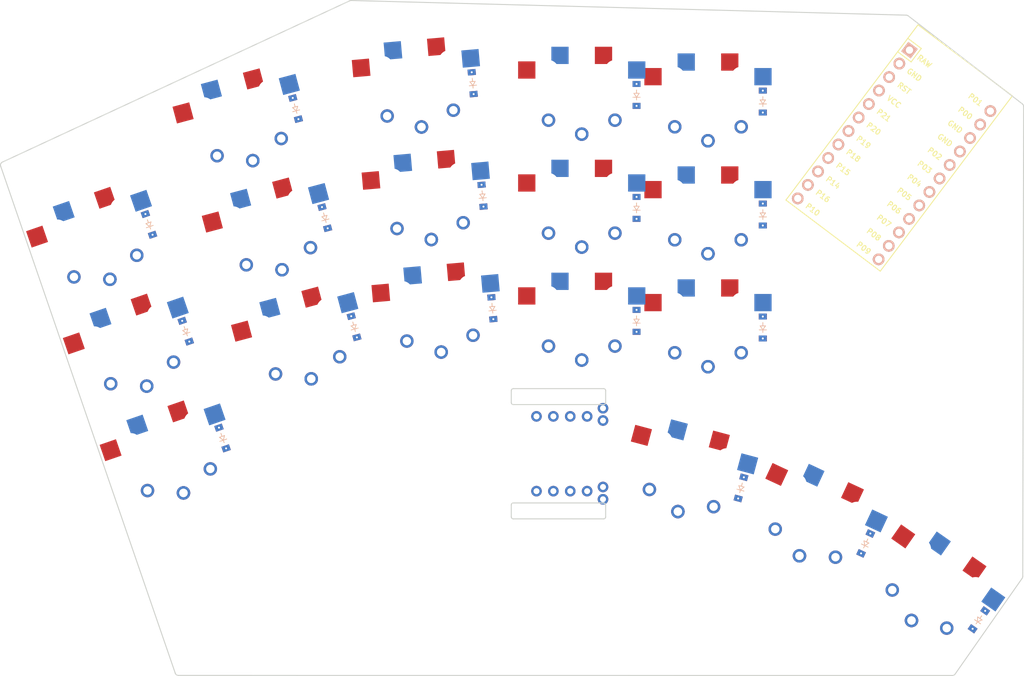
<source format=kicad_pcb>

            
(kicad_pcb (version 20171130) (host pcbnew 5.1.6)

  (page A3)
  (title_block
    (title KEYBOARD_NAME_HERE)
    (rev VERSION_HERE)
    (company YOUR_NAME_HERE)
  )

  (general
    (thickness 1.6)
  )

  (layers
    (0 F.Cu signal)
    (31 B.Cu signal)
    (32 B.Adhes user)
    (33 F.Adhes user)
    (34 B.Paste user)
    (35 F.Paste user)
    (36 B.SilkS user)
    (37 F.SilkS user)
    (38 B.Mask user)
    (39 F.Mask user)
    (40 Dwgs.User user)
    (41 Cmts.User user)
    (42 Eco1.User user)
    (43 Eco2.User user)
    (44 Edge.Cuts user)
    (45 Margin user)
    (46 B.CrtYd user)
    (47 F.CrtYd user)
    (48 B.Fab user)
    (49 F.Fab user)
  )

  (setup
    (last_trace_width 0.25)
    (trace_clearance 0.2)
    (zone_clearance 0.508)
    (zone_45_only no)
    (trace_min 0.2)
    (via_size 0.8)
    (via_drill 0.4)
    (via_min_size 0.4)
    (via_min_drill 0.3)
    (uvia_size 0.3)
    (uvia_drill 0.1)
    (uvias_allowed no)
    (uvia_min_size 0.2)
    (uvia_min_drill 0.1)
    (edge_width 0.05)
    (segment_width 0.2)
    (pcb_text_width 0.3)
    (pcb_text_size 1.5 1.5)
    (mod_edge_width 0.12)
    (mod_text_size 1 1)
    (mod_text_width 0.15)
    (pad_size 1.524 1.524)
    (pad_drill 0.762)
    (pad_to_mask_clearance 0.05)
    (aux_axis_origin 0 0)
    (visible_elements FFFFFF7F)
    (pcbplotparams
      (layerselection 0x010fc_ffffffff)
      (usegerberextensions false)
      (usegerberattributes true)
      (usegerberadvancedattributes true)
      (creategerberjobfile true)
      (excludeedgelayer true)
      (linewidth 0.100000)
      (plotframeref false)
      (viasonmask false)
      (mode 1)
      (useauxorigin false)
      (hpglpennumber 1)
      (hpglpenspeed 20)
      (hpglpendiameter 15.000000)
      (psnegative false)
      (psa4output false)
      (plotreference true)
      (plotvalue true)
      (plotinvisibletext false)
      (padsonsilk false)
      (subtractmaskfromsilk false)
      (outputformat 1)
      (mirror false)
      (drillshape 1)
      (scaleselection 1)
      (outputdirectory ""))
  )

            (net 0 "")
(net 1 "pinky_bottom")
(net 2 "P4")
(net 3 "P16")
(net 4 "pinky_home")
(net 5 "P17")
(net 6 "pinky_top")
(net 7 "P18")
(net 8 "ring_bottom")
(net 9 "P5")
(net 10 "ring_home")
(net 11 "ring_top")
(net 12 "middle_bottom")
(net 13 "P6")
(net 14 "middle_home")
(net 15 "middle_top")
(net 16 "index_bottom")
(net 17 "P21")
(net 18 "index_home")
(net 19 "index_top")
(net 20 "inner_bottom")
(net 21 "P20")
(net 22 "inner_home")
(net 23 "inner_top")
(net 24 "near_thumb")
(net 25 "P7")
(net 26 "home_thumb")
(net 27 "far_thumb")
(net 28 "RAW")
(net 29 "GND")
(net 30 "RST")
(net 31 "VCC")
(net 32 "P19")
(net 33 "P15")
(net 34 "P14")
(net 35 "P10")
(net 36 "P1")
(net 37 "P0")
(net 38 "P2")
(net 39 "P3")
(net 40 "P8")
(net 41 "P9")
            
  (net_class Default "This is the default net class."
    (clearance 0.2)
    (trace_width 0.25)
    (via_dia 0.8)
    (via_drill 0.4)
    (uvia_dia 0.3)
    (uvia_drill 0.1)
    (add_net "")
(add_net "pinky_bottom")
(add_net "P4")
(add_net "P16")
(add_net "pinky_home")
(add_net "P17")
(add_net "pinky_top")
(add_net "P18")
(add_net "ring_bottom")
(add_net "P5")
(add_net "ring_home")
(add_net "ring_top")
(add_net "middle_bottom")
(add_net "P6")
(add_net "middle_home")
(add_net "middle_top")
(add_net "index_bottom")
(add_net "P21")
(add_net "index_home")
(add_net "index_top")
(add_net "inner_bottom")
(add_net "P20")
(add_net "inner_home")
(add_net "inner_top")
(add_net "near_thumb")
(add_net "P7")
(add_net "home_thumb")
(add_net "far_thumb")
(add_net "RAW")
(add_net "GND")
(add_net "RST")
(add_net "VCC")
(add_net "P19")
(add_net "P15")
(add_net "P14")
(add_net "P10")
(add_net "P1")
(add_net "P0")
(add_net "P2")
(add_net "P3")
(add_net "P8")
(add_net "P9")
  )

            
        
      (module PG1350 (layer F.Cu) (tedit 5DD50112)
      (at -5.5346586 0.9261842000000016 19)

      
      (fp_text reference "S1" (at 0 0) (layer F.SilkS) hide (effects (font (size 1.27 1.27) (thickness 0.15))))
      (fp_text value "" (at 0 0) (layer F.SilkS) hide (effects (font (size 1.27 1.27) (thickness 0.15))))

      
      (fp_line (start -7 -6) (end -7 -7) (layer Dwgs.User) (width 0.15))
      (fp_line (start -7 7) (end -6 7) (layer Dwgs.User) (width 0.15))
      (fp_line (start -6 -7) (end -7 -7) (layer Dwgs.User) (width 0.15))
      (fp_line (start -7 7) (end -7 6) (layer Dwgs.User) (width 0.15))
      (fp_line (start 7 6) (end 7 7) (layer Dwgs.User) (width 0.15))
      (fp_line (start 7 -7) (end 6 -7) (layer Dwgs.User) (width 0.15))
      (fp_line (start 6 7) (end 7 7) (layer Dwgs.User) (width 0.15))
      (fp_line (start 7 -7) (end 7 -6) (layer Dwgs.User) (width 0.15))      
      
      
      (pad "" np_thru_hole circle (at 0 0) (size 3.429 3.429) (drill 3.429) (layers *.Cu *.Mask))
        
      
      (pad "" np_thru_hole circle (at 5.5 0) (size 1.7018 1.7018) (drill 1.7018) (layers *.Cu *.Mask))
      (pad "" np_thru_hole circle (at -5.5 0) (size 1.7018 1.7018) (drill 1.7018) (layers *.Cu *.Mask))
      
        
      
      (fp_line (start -9 -8.5) (end 9 -8.5) (layer Dwgs.User) (width 0.15))
      (fp_line (start 9 -8.5) (end 9 8.5) (layer Dwgs.User) (width 0.15))
      (fp_line (start 9 8.5) (end -9 8.5) (layer Dwgs.User) (width 0.15))
      (fp_line (start -9 8.5) (end -9 -8.5) (layer Dwgs.User) (width 0.15))
      
        
          
          (pad "" np_thru_hole circle (at 5 -3.75) (size 3 3) (drill 3) (layers *.Cu *.Mask))
          (pad "" np_thru_hole circle (at 0 -5.95) (size 3 3) (drill 3) (layers *.Cu *.Mask))
      
          
          (pad 1 smd rect (at -3.275 -5.95 19) (size 2.6 2.6) (layers B.Cu B.Paste B.Mask)  (net 1 "pinky_bottom"))
          (pad 2 smd rect (at 8.275 -3.75 19) (size 2.6 2.6) (layers B.Cu B.Paste B.Mask)  (net 2 "P4"))
        
        
          
          (pad "" np_thru_hole circle (at -5 -3.75) (size 3 3) (drill 3) (layers *.Cu *.Mask))
          (pad "" np_thru_hole circle (at 0 -5.95) (size 3 3) (drill 3) (layers *.Cu *.Mask))
      
          
          (pad 1 smd rect (at 3.275 -5.95 19) (size 2.6 2.6) (layers F.Cu F.Paste F.Mask)  (net 1 "pinky_bottom"))
          (pad 2 smd rect (at -8.275 -3.75 19) (size 2.6 2.6) (layers F.Cu F.Paste F.Mask)  (net 2 "P4"))
        )
        

        
      (module PG1350 (layer F.Cu) (tedit 5DD50112)
      (at -5.5346586 0.9261842000000016 199)

      
      (fp_text reference "S2" (at 0 0) (layer F.SilkS) hide (effects (font (size 1.27 1.27) (thickness 0.15))))
      (fp_text value "" (at 0 0) (layer F.SilkS) hide (effects (font (size 1.27 1.27) (thickness 0.15))))

      
      (fp_line (start -7 -6) (end -7 -7) (layer Dwgs.User) (width 0.15))
      (fp_line (start -7 7) (end -6 7) (layer Dwgs.User) (width 0.15))
      (fp_line (start -6 -7) (end -7 -7) (layer Dwgs.User) (width 0.15))
      (fp_line (start -7 7) (end -7 6) (layer Dwgs.User) (width 0.15))
      (fp_line (start 7 6) (end 7 7) (layer Dwgs.User) (width 0.15))
      (fp_line (start 7 -7) (end 6 -7) (layer Dwgs.User) (width 0.15))
      (fp_line (start 6 7) (end 7 7) (layer Dwgs.User) (width 0.15))
      (fp_line (start 7 -7) (end 7 -6) (layer Dwgs.User) (width 0.15))      
      
      
      (pad "" np_thru_hole circle (at 0 0) (size 3.429 3.429) (drill 3.429) (layers *.Cu *.Mask))
        
      
      (pad "" np_thru_hole circle (at 5.5 0) (size 1.7018 1.7018) (drill 1.7018) (layers *.Cu *.Mask))
      (pad "" np_thru_hole circle (at -5.5 0) (size 1.7018 1.7018) (drill 1.7018) (layers *.Cu *.Mask))
      
        
      
      (fp_line (start -9 -8.5) (end 9 -8.5) (layer Dwgs.User) (width 0.15))
      (fp_line (start 9 -8.5) (end 9 8.5) (layer Dwgs.User) (width 0.15))
      (fp_line (start 9 8.5) (end -9 8.5) (layer Dwgs.User) (width 0.15))
      (fp_line (start -9 8.5) (end -9 -8.5) (layer Dwgs.User) (width 0.15))
      
        
            
            (pad 1 thru_hole circle (at 5 -3.8) (size 2.032 2.032) (drill 1.27) (layers *.Cu *.Mask) (net 1 "pinky_bottom"))
            (pad 2 thru_hole circle (at 0 -5.9) (size 2.032 2.032) (drill 1.27) (layers *.Cu *.Mask) (net 2 "P4"))
          
        
            
            (pad 1 thru_hole circle (at -5 -3.8) (size 2.032 2.032) (drill 1.27) (layers *.Cu *.Mask) (net 1 "pinky_bottom"))
            (pad 2 thru_hole circle (at -0 -5.9) (size 2.032 2.032) (drill 1.27) (layers *.Cu *.Mask) (net 2 "P4"))
          )
        

  
    (module ComboDiode (layer F.Cu) (tedit 5B24D78E)


        (at 2.2658695999999994 -1.7597530999999984 109)

        
        (fp_text reference "D1" (at 0 0) (layer F.SilkS) hide (effects (font (size 1.27 1.27) (thickness 0.15))))
        (fp_text value "" (at 0 0) (layer F.SilkS) hide (effects (font (size 1.27 1.27) (thickness 0.15))))
        
        
        (fp_line (start 0.25 0) (end 0.75 0) (layer F.SilkS) (width 0.1))
        (fp_line (start 0.25 0.4) (end -0.35 0) (layer F.SilkS) (width 0.1))
        (fp_line (start 0.25 -0.4) (end 0.25 0.4) (layer F.SilkS) (width 0.1))
        (fp_line (start -0.35 0) (end 0.25 -0.4) (layer F.SilkS) (width 0.1))
        (fp_line (start -0.35 0) (end -0.35 0.55) (layer F.SilkS) (width 0.1))
        (fp_line (start -0.35 0) (end -0.35 -0.55) (layer F.SilkS) (width 0.1))
        (fp_line (start -0.75 0) (end -0.35 0) (layer F.SilkS) (width 0.1))
        (fp_line (start 0.25 0) (end 0.75 0) (layer B.SilkS) (width 0.1))
        (fp_line (start 0.25 0.4) (end -0.35 0) (layer B.SilkS) (width 0.1))
        (fp_line (start 0.25 -0.4) (end 0.25 0.4) (layer B.SilkS) (width 0.1))
        (fp_line (start -0.35 0) (end 0.25 -0.4) (layer B.SilkS) (width 0.1))
        (fp_line (start -0.35 0) (end -0.35 0.55) (layer B.SilkS) (width 0.1))
        (fp_line (start -0.35 0) (end -0.35 -0.55) (layer B.SilkS) (width 0.1))
        (fp_line (start -0.75 0) (end -0.35 0) (layer B.SilkS) (width 0.1))

        
                
             (pad 1 thru_hole rect (at -1.65 0 109) (size 0.9 1.2) (drill 0.3) (layers *.Cu *.Mask) (zone_connect 2) (net 3 "P16"))
             (pad 2 thru_hole rect (at 1.65 0 109) (size 0.9 1.2) (drill 0.3) (layers *.Cu *.Mask) (zone_connect 2) (net 1 "pinky_bottom"))
            
        
        

    )
    

        
      (module PG1350 (layer F.Cu) (tedit 5DD50112)
      (at -11.0693173 -15.147631599999997 19)

      
      (fp_text reference "S3" (at 0 0) (layer F.SilkS) hide (effects (font (size 1.27 1.27) (thickness 0.15))))
      (fp_text value "" (at 0 0) (layer F.SilkS) hide (effects (font (size 1.27 1.27) (thickness 0.15))))

      
      (fp_line (start -7 -6) (end -7 -7) (layer Dwgs.User) (width 0.15))
      (fp_line (start -7 7) (end -6 7) (layer Dwgs.User) (width 0.15))
      (fp_line (start -6 -7) (end -7 -7) (layer Dwgs.User) (width 0.15))
      (fp_line (start -7 7) (end -7 6) (layer Dwgs.User) (width 0.15))
      (fp_line (start 7 6) (end 7 7) (layer Dwgs.User) (width 0.15))
      (fp_line (start 7 -7) (end 6 -7) (layer Dwgs.User) (width 0.15))
      (fp_line (start 6 7) (end 7 7) (layer Dwgs.User) (width 0.15))
      (fp_line (start 7 -7) (end 7 -6) (layer Dwgs.User) (width 0.15))      
      
      
      (pad "" np_thru_hole circle (at 0 0) (size 3.429 3.429) (drill 3.429) (layers *.Cu *.Mask))
        
      
      (pad "" np_thru_hole circle (at 5.5 0) (size 1.7018 1.7018) (drill 1.7018) (layers *.Cu *.Mask))
      (pad "" np_thru_hole circle (at -5.5 0) (size 1.7018 1.7018) (drill 1.7018) (layers *.Cu *.Mask))
      
        
      
      (fp_line (start -9 -8.5) (end 9 -8.5) (layer Dwgs.User) (width 0.15))
      (fp_line (start 9 -8.5) (end 9 8.5) (layer Dwgs.User) (width 0.15))
      (fp_line (start 9 8.5) (end -9 8.5) (layer Dwgs.User) (width 0.15))
      (fp_line (start -9 8.5) (end -9 -8.5) (layer Dwgs.User) (width 0.15))
      
        
          
          (pad "" np_thru_hole circle (at 5 -3.75) (size 3 3) (drill 3) (layers *.Cu *.Mask))
          (pad "" np_thru_hole circle (at 0 -5.95) (size 3 3) (drill 3) (layers *.Cu *.Mask))
      
          
          (pad 1 smd rect (at -3.275 -5.95 19) (size 2.6 2.6) (layers B.Cu B.Paste B.Mask)  (net 4 "pinky_home"))
          (pad 2 smd rect (at 8.275 -3.75 19) (size 2.6 2.6) (layers B.Cu B.Paste B.Mask)  (net 2 "P4"))
        
        
          
          (pad "" np_thru_hole circle (at -5 -3.75) (size 3 3) (drill 3) (layers *.Cu *.Mask))
          (pad "" np_thru_hole circle (at 0 -5.95) (size 3 3) (drill 3) (layers *.Cu *.Mask))
      
          
          (pad 1 smd rect (at 3.275 -5.95 19) (size 2.6 2.6) (layers F.Cu F.Paste F.Mask)  (net 4 "pinky_home"))
          (pad 2 smd rect (at -8.275 -3.75 19) (size 2.6 2.6) (layers F.Cu F.Paste F.Mask)  (net 2 "P4"))
        )
        

        
      (module PG1350 (layer F.Cu) (tedit 5DD50112)
      (at -11.0693173 -15.147631599999997 199)

      
      (fp_text reference "S4" (at 0 0) (layer F.SilkS) hide (effects (font (size 1.27 1.27) (thickness 0.15))))
      (fp_text value "" (at 0 0) (layer F.SilkS) hide (effects (font (size 1.27 1.27) (thickness 0.15))))

      
      (fp_line (start -7 -6) (end -7 -7) (layer Dwgs.User) (width 0.15))
      (fp_line (start -7 7) (end -6 7) (layer Dwgs.User) (width 0.15))
      (fp_line (start -6 -7) (end -7 -7) (layer Dwgs.User) (width 0.15))
      (fp_line (start -7 7) (end -7 6) (layer Dwgs.User) (width 0.15))
      (fp_line (start 7 6) (end 7 7) (layer Dwgs.User) (width 0.15))
      (fp_line (start 7 -7) (end 6 -7) (layer Dwgs.User) (width 0.15))
      (fp_line (start 6 7) (end 7 7) (layer Dwgs.User) (width 0.15))
      (fp_line (start 7 -7) (end 7 -6) (layer Dwgs.User) (width 0.15))      
      
      
      (pad "" np_thru_hole circle (at 0 0) (size 3.429 3.429) (drill 3.429) (layers *.Cu *.Mask))
        
      
      (pad "" np_thru_hole circle (at 5.5 0) (size 1.7018 1.7018) (drill 1.7018) (layers *.Cu *.Mask))
      (pad "" np_thru_hole circle (at -5.5 0) (size 1.7018 1.7018) (drill 1.7018) (layers *.Cu *.Mask))
      
        
      
      (fp_line (start -9 -8.5) (end 9 -8.5) (layer Dwgs.User) (width 0.15))
      (fp_line (start 9 -8.5) (end 9 8.5) (layer Dwgs.User) (width 0.15))
      (fp_line (start 9 8.5) (end -9 8.5) (layer Dwgs.User) (width 0.15))
      (fp_line (start -9 8.5) (end -9 -8.5) (layer Dwgs.User) (width 0.15))
      
        
            
            (pad 1 thru_hole circle (at 5 -3.8) (size 2.032 2.032) (drill 1.27) (layers *.Cu *.Mask) (net 4 "pinky_home"))
            (pad 2 thru_hole circle (at 0 -5.9) (size 2.032 2.032) (drill 1.27) (layers *.Cu *.Mask) (net 2 "P4"))
          
        
            
            (pad 1 thru_hole circle (at -5 -3.8) (size 2.032 2.032) (drill 1.27) (layers *.Cu *.Mask) (net 4 "pinky_home"))
            (pad 2 thru_hole circle (at -0 -5.9) (size 2.032 2.032) (drill 1.27) (layers *.Cu *.Mask) (net 2 "P4"))
          )
        

  
    (module ComboDiode (layer F.Cu) (tedit 5B24D78E)


        (at -3.2687891000000002 -17.833568899999996 109)

        
        (fp_text reference "D2" (at 0 0) (layer F.SilkS) hide (effects (font (size 1.27 1.27) (thickness 0.15))))
        (fp_text value "" (at 0 0) (layer F.SilkS) hide (effects (font (size 1.27 1.27) (thickness 0.15))))
        
        
        (fp_line (start 0.25 0) (end 0.75 0) (layer F.SilkS) (width 0.1))
        (fp_line (start 0.25 0.4) (end -0.35 0) (layer F.SilkS) (width 0.1))
        (fp_line (start 0.25 -0.4) (end 0.25 0.4) (layer F.SilkS) (width 0.1))
        (fp_line (start -0.35 0) (end 0.25 -0.4) (layer F.SilkS) (width 0.1))
        (fp_line (start -0.35 0) (end -0.35 0.55) (layer F.SilkS) (width 0.1))
        (fp_line (start -0.35 0) (end -0.35 -0.55) (layer F.SilkS) (width 0.1))
        (fp_line (start -0.75 0) (end -0.35 0) (layer F.SilkS) (width 0.1))
        (fp_line (start 0.25 0) (end 0.75 0) (layer B.SilkS) (width 0.1))
        (fp_line (start 0.25 0.4) (end -0.35 0) (layer B.SilkS) (width 0.1))
        (fp_line (start 0.25 -0.4) (end 0.25 0.4) (layer B.SilkS) (width 0.1))
        (fp_line (start -0.35 0) (end 0.25 -0.4) (layer B.SilkS) (width 0.1))
        (fp_line (start -0.35 0) (end -0.35 0.55) (layer B.SilkS) (width 0.1))
        (fp_line (start -0.35 0) (end -0.35 -0.55) (layer B.SilkS) (width 0.1))
        (fp_line (start -0.75 0) (end -0.35 0) (layer B.SilkS) (width 0.1))

        
                
             (pad 1 thru_hole rect (at -1.65 0 109) (size 0.9 1.2) (drill 0.3) (layers *.Cu *.Mask) (zone_connect 2) (net 5 "P17"))
             (pad 2 thru_hole rect (at 1.65 0 109) (size 0.9 1.2) (drill 0.3) (layers *.Cu *.Mask) (zone_connect 2) (net 4 "pinky_home"))
            
        
        

    )
    

        
      (module PG1350 (layer F.Cu) (tedit 5DD50112)
      (at -16.6039759 -31.221447400000002 19)

      
      (fp_text reference "S5" (at 0 0) (layer F.SilkS) hide (effects (font (size 1.27 1.27) (thickness 0.15))))
      (fp_text value "" (at 0 0) (layer F.SilkS) hide (effects (font (size 1.27 1.27) (thickness 0.15))))

      
      (fp_line (start -7 -6) (end -7 -7) (layer Dwgs.User) (width 0.15))
      (fp_line (start -7 7) (end -6 7) (layer Dwgs.User) (width 0.15))
      (fp_line (start -6 -7) (end -7 -7) (layer Dwgs.User) (width 0.15))
      (fp_line (start -7 7) (end -7 6) (layer Dwgs.User) (width 0.15))
      (fp_line (start 7 6) (end 7 7) (layer Dwgs.User) (width 0.15))
      (fp_line (start 7 -7) (end 6 -7) (layer Dwgs.User) (width 0.15))
      (fp_line (start 6 7) (end 7 7) (layer Dwgs.User) (width 0.15))
      (fp_line (start 7 -7) (end 7 -6) (layer Dwgs.User) (width 0.15))      
      
      
      (pad "" np_thru_hole circle (at 0 0) (size 3.429 3.429) (drill 3.429) (layers *.Cu *.Mask))
        
      
      (pad "" np_thru_hole circle (at 5.5 0) (size 1.7018 1.7018) (drill 1.7018) (layers *.Cu *.Mask))
      (pad "" np_thru_hole circle (at -5.5 0) (size 1.7018 1.7018) (drill 1.7018) (layers *.Cu *.Mask))
      
        
      
      (fp_line (start -9 -8.5) (end 9 -8.5) (layer Dwgs.User) (width 0.15))
      (fp_line (start 9 -8.5) (end 9 8.5) (layer Dwgs.User) (width 0.15))
      (fp_line (start 9 8.5) (end -9 8.5) (layer Dwgs.User) (width 0.15))
      (fp_line (start -9 8.5) (end -9 -8.5) (layer Dwgs.User) (width 0.15))
      
        
          
          (pad "" np_thru_hole circle (at 5 -3.75) (size 3 3) (drill 3) (layers *.Cu *.Mask))
          (pad "" np_thru_hole circle (at 0 -5.95) (size 3 3) (drill 3) (layers *.Cu *.Mask))
      
          
          (pad 1 smd rect (at -3.275 -5.95 19) (size 2.6 2.6) (layers B.Cu B.Paste B.Mask)  (net 6 "pinky_top"))
          (pad 2 smd rect (at 8.275 -3.75 19) (size 2.6 2.6) (layers B.Cu B.Paste B.Mask)  (net 2 "P4"))
        
        
          
          (pad "" np_thru_hole circle (at -5 -3.75) (size 3 3) (drill 3) (layers *.Cu *.Mask))
          (pad "" np_thru_hole circle (at 0 -5.95) (size 3 3) (drill 3) (layers *.Cu *.Mask))
      
          
          (pad 1 smd rect (at 3.275 -5.95 19) (size 2.6 2.6) (layers F.Cu F.Paste F.Mask)  (net 6 "pinky_top"))
          (pad 2 smd rect (at -8.275 -3.75 19) (size 2.6 2.6) (layers F.Cu F.Paste F.Mask)  (net 2 "P4"))
        )
        

        
      (module PG1350 (layer F.Cu) (tedit 5DD50112)
      (at -16.6039759 -31.221447400000002 199)

      
      (fp_text reference "S6" (at 0 0) (layer F.SilkS) hide (effects (font (size 1.27 1.27) (thickness 0.15))))
      (fp_text value "" (at 0 0) (layer F.SilkS) hide (effects (font (size 1.27 1.27) (thickness 0.15))))

      
      (fp_line (start -7 -6) (end -7 -7) (layer Dwgs.User) (width 0.15))
      (fp_line (start -7 7) (end -6 7) (layer Dwgs.User) (width 0.15))
      (fp_line (start -6 -7) (end -7 -7) (layer Dwgs.User) (width 0.15))
      (fp_line (start -7 7) (end -7 6) (layer Dwgs.User) (width 0.15))
      (fp_line (start 7 6) (end 7 7) (layer Dwgs.User) (width 0.15))
      (fp_line (start 7 -7) (end 6 -7) (layer Dwgs.User) (width 0.15))
      (fp_line (start 6 7) (end 7 7) (layer Dwgs.User) (width 0.15))
      (fp_line (start 7 -7) (end 7 -6) (layer Dwgs.User) (width 0.15))      
      
      
      (pad "" np_thru_hole circle (at 0 0) (size 3.429 3.429) (drill 3.429) (layers *.Cu *.Mask))
        
      
      (pad "" np_thru_hole circle (at 5.5 0) (size 1.7018 1.7018) (drill 1.7018) (layers *.Cu *.Mask))
      (pad "" np_thru_hole circle (at -5.5 0) (size 1.7018 1.7018) (drill 1.7018) (layers *.Cu *.Mask))
      
        
      
      (fp_line (start -9 -8.5) (end 9 -8.5) (layer Dwgs.User) (width 0.15))
      (fp_line (start 9 -8.5) (end 9 8.5) (layer Dwgs.User) (width 0.15))
      (fp_line (start 9 8.5) (end -9 8.5) (layer Dwgs.User) (width 0.15))
      (fp_line (start -9 8.5) (end -9 -8.5) (layer Dwgs.User) (width 0.15))
      
        
            
            (pad 1 thru_hole circle (at 5 -3.8) (size 2.032 2.032) (drill 1.27) (layers *.Cu *.Mask) (net 6 "pinky_top"))
            (pad 2 thru_hole circle (at 0 -5.9) (size 2.032 2.032) (drill 1.27) (layers *.Cu *.Mask) (net 2 "P4"))
          
        
            
            (pad 1 thru_hole circle (at -5 -3.8) (size 2.032 2.032) (drill 1.27) (layers *.Cu *.Mask) (net 6 "pinky_top"))
            (pad 2 thru_hole circle (at -0 -5.9) (size 2.032 2.032) (drill 1.27) (layers *.Cu *.Mask) (net 2 "P4"))
          )
        

  
    (module ComboDiode (layer F.Cu) (tedit 5B24D78E)


        (at -8.8034477 -33.9073847 109)

        
        (fp_text reference "D3" (at 0 0) (layer F.SilkS) hide (effects (font (size 1.27 1.27) (thickness 0.15))))
        (fp_text value "" (at 0 0) (layer F.SilkS) hide (effects (font (size 1.27 1.27) (thickness 0.15))))
        
        
        (fp_line (start 0.25 0) (end 0.75 0) (layer F.SilkS) (width 0.1))
        (fp_line (start 0.25 0.4) (end -0.35 0) (layer F.SilkS) (width 0.1))
        (fp_line (start 0.25 -0.4) (end 0.25 0.4) (layer F.SilkS) (width 0.1))
        (fp_line (start -0.35 0) (end 0.25 -0.4) (layer F.SilkS) (width 0.1))
        (fp_line (start -0.35 0) (end -0.35 0.55) (layer F.SilkS) (width 0.1))
        (fp_line (start -0.35 0) (end -0.35 -0.55) (layer F.SilkS) (width 0.1))
        (fp_line (start -0.75 0) (end -0.35 0) (layer F.SilkS) (width 0.1))
        (fp_line (start 0.25 0) (end 0.75 0) (layer B.SilkS) (width 0.1))
        (fp_line (start 0.25 0.4) (end -0.35 0) (layer B.SilkS) (width 0.1))
        (fp_line (start 0.25 -0.4) (end 0.25 0.4) (layer B.SilkS) (width 0.1))
        (fp_line (start -0.35 0) (end 0.25 -0.4) (layer B.SilkS) (width 0.1))
        (fp_line (start -0.35 0) (end -0.35 0.55) (layer B.SilkS) (width 0.1))
        (fp_line (start -0.35 0) (end -0.35 -0.55) (layer B.SilkS) (width 0.1))
        (fp_line (start -0.75 0) (end -0.35 0) (layer B.SilkS) (width 0.1))

        
                
             (pad 1 thru_hole rect (at -1.65 0 109) (size 0.9 1.2) (drill 0.3) (layers *.Cu *.Mask) (zone_connect 2) (net 7 "P18"))
             (pad 2 thru_hole rect (at 1.65 0 109) (size 0.9 1.2) (drill 0.3) (layers *.Cu *.Mask) (zone_connect 2) (net 6 "pinky_top"))
            
        
        

    )
    

        
      (module PG1350 (layer F.Cu) (tedit 5DD50112)
      (at 14.091322 -16.363992399999997 15)

      
      (fp_text reference "S7" (at 0 0) (layer F.SilkS) hide (effects (font (size 1.27 1.27) (thickness 0.15))))
      (fp_text value "" (at 0 0) (layer F.SilkS) hide (effects (font (size 1.27 1.27) (thickness 0.15))))

      
      (fp_line (start -7 -6) (end -7 -7) (layer Dwgs.User) (width 0.15))
      (fp_line (start -7 7) (end -6 7) (layer Dwgs.User) (width 0.15))
      (fp_line (start -6 -7) (end -7 -7) (layer Dwgs.User) (width 0.15))
      (fp_line (start -7 7) (end -7 6) (layer Dwgs.User) (width 0.15))
      (fp_line (start 7 6) (end 7 7) (layer Dwgs.User) (width 0.15))
      (fp_line (start 7 -7) (end 6 -7) (layer Dwgs.User) (width 0.15))
      (fp_line (start 6 7) (end 7 7) (layer Dwgs.User) (width 0.15))
      (fp_line (start 7 -7) (end 7 -6) (layer Dwgs.User) (width 0.15))      
      
      
      (pad "" np_thru_hole circle (at 0 0) (size 3.429 3.429) (drill 3.429) (layers *.Cu *.Mask))
        
      
      (pad "" np_thru_hole circle (at 5.5 0) (size 1.7018 1.7018) (drill 1.7018) (layers *.Cu *.Mask))
      (pad "" np_thru_hole circle (at -5.5 0) (size 1.7018 1.7018) (drill 1.7018) (layers *.Cu *.Mask))
      
        
      
      (fp_line (start -9 -8.5) (end 9 -8.5) (layer Dwgs.User) (width 0.15))
      (fp_line (start 9 -8.5) (end 9 8.5) (layer Dwgs.User) (width 0.15))
      (fp_line (start 9 8.5) (end -9 8.5) (layer Dwgs.User) (width 0.15))
      (fp_line (start -9 8.5) (end -9 -8.5) (layer Dwgs.User) (width 0.15))
      
        
          
          (pad "" np_thru_hole circle (at 5 -3.75) (size 3 3) (drill 3) (layers *.Cu *.Mask))
          (pad "" np_thru_hole circle (at 0 -5.95) (size 3 3) (drill 3) (layers *.Cu *.Mask))
      
          
          (pad 1 smd rect (at -3.275 -5.95 15) (size 2.6 2.6) (layers B.Cu B.Paste B.Mask)  (net 8 "ring_bottom"))
          (pad 2 smd rect (at 8.275 -3.75 15) (size 2.6 2.6) (layers B.Cu B.Paste B.Mask)  (net 9 "P5"))
        
        
          
          (pad "" np_thru_hole circle (at -5 -3.75) (size 3 3) (drill 3) (layers *.Cu *.Mask))
          (pad "" np_thru_hole circle (at 0 -5.95) (size 3 3) (drill 3) (layers *.Cu *.Mask))
      
          
          (pad 1 smd rect (at 3.275 -5.95 15) (size 2.6 2.6) (layers F.Cu F.Paste F.Mask)  (net 8 "ring_bottom"))
          (pad 2 smd rect (at -8.275 -3.75 15) (size 2.6 2.6) (layers F.Cu F.Paste F.Mask)  (net 9 "P5"))
        )
        

        
      (module PG1350 (layer F.Cu) (tedit 5DD50112)
      (at 14.091322 -16.363992399999997 195)

      
      (fp_text reference "S8" (at 0 0) (layer F.SilkS) hide (effects (font (size 1.27 1.27) (thickness 0.15))))
      (fp_text value "" (at 0 0) (layer F.SilkS) hide (effects (font (size 1.27 1.27) (thickness 0.15))))

      
      (fp_line (start -7 -6) (end -7 -7) (layer Dwgs.User) (width 0.15))
      (fp_line (start -7 7) (end -6 7) (layer Dwgs.User) (width 0.15))
      (fp_line (start -6 -7) (end -7 -7) (layer Dwgs.User) (width 0.15))
      (fp_line (start -7 7) (end -7 6) (layer Dwgs.User) (width 0.15))
      (fp_line (start 7 6) (end 7 7) (layer Dwgs.User) (width 0.15))
      (fp_line (start 7 -7) (end 6 -7) (layer Dwgs.User) (width 0.15))
      (fp_line (start 6 7) (end 7 7) (layer Dwgs.User) (width 0.15))
      (fp_line (start 7 -7) (end 7 -6) (layer Dwgs.User) (width 0.15))      
      
      
      (pad "" np_thru_hole circle (at 0 0) (size 3.429 3.429) (drill 3.429) (layers *.Cu *.Mask))
        
      
      (pad "" np_thru_hole circle (at 5.5 0) (size 1.7018 1.7018) (drill 1.7018) (layers *.Cu *.Mask))
      (pad "" np_thru_hole circle (at -5.5 0) (size 1.7018 1.7018) (drill 1.7018) (layers *.Cu *.Mask))
      
        
      
      (fp_line (start -9 -8.5) (end 9 -8.5) (layer Dwgs.User) (width 0.15))
      (fp_line (start 9 -8.5) (end 9 8.5) (layer Dwgs.User) (width 0.15))
      (fp_line (start 9 8.5) (end -9 8.5) (layer Dwgs.User) (width 0.15))
      (fp_line (start -9 8.5) (end -9 -8.5) (layer Dwgs.User) (width 0.15))
      
        
            
            (pad 1 thru_hole circle (at 5 -3.8) (size 2.032 2.032) (drill 1.27) (layers *.Cu *.Mask) (net 8 "ring_bottom"))
            (pad 2 thru_hole circle (at 0 -5.9) (size 2.032 2.032) (drill 1.27) (layers *.Cu *.Mask) (net 9 "P5"))
          
        
            
            (pad 1 thru_hole circle (at -5 -3.8) (size 2.032 2.032) (drill 1.27) (layers *.Cu *.Mask) (net 8 "ring_bottom"))
            (pad 2 thru_hole circle (at -0 -5.9) (size 2.032 2.032) (drill 1.27) (layers *.Cu *.Mask) (net 9 "P5"))
          )
        

  
    (module ComboDiode (layer F.Cu) (tedit 5B24D78E)


        (at 22.0602101 -18.499249499999998 105)

        
        (fp_text reference "D4" (at 0 0) (layer F.SilkS) hide (effects (font (size 1.27 1.27) (thickness 0.15))))
        (fp_text value "" (at 0 0) (layer F.SilkS) hide (effects (font (size 1.27 1.27) (thickness 0.15))))
        
        
        (fp_line (start 0.25 0) (end 0.75 0) (layer F.SilkS) (width 0.1))
        (fp_line (start 0.25 0.4) (end -0.35 0) (layer F.SilkS) (width 0.1))
        (fp_line (start 0.25 -0.4) (end 0.25 0.4) (layer F.SilkS) (width 0.1))
        (fp_line (start -0.35 0) (end 0.25 -0.4) (layer F.SilkS) (width 0.1))
        (fp_line (start -0.35 0) (end -0.35 0.55) (layer F.SilkS) (width 0.1))
        (fp_line (start -0.35 0) (end -0.35 -0.55) (layer F.SilkS) (width 0.1))
        (fp_line (start -0.75 0) (end -0.35 0) (layer F.SilkS) (width 0.1))
        (fp_line (start 0.25 0) (end 0.75 0) (layer B.SilkS) (width 0.1))
        (fp_line (start 0.25 0.4) (end -0.35 0) (layer B.SilkS) (width 0.1))
        (fp_line (start 0.25 -0.4) (end 0.25 0.4) (layer B.SilkS) (width 0.1))
        (fp_line (start -0.35 0) (end 0.25 -0.4) (layer B.SilkS) (width 0.1))
        (fp_line (start -0.35 0) (end -0.35 0.55) (layer B.SilkS) (width 0.1))
        (fp_line (start -0.35 0) (end -0.35 -0.55) (layer B.SilkS) (width 0.1))
        (fp_line (start -0.75 0) (end -0.35 0) (layer B.SilkS) (width 0.1))

        
                
             (pad 1 thru_hole rect (at -1.65 0 105) (size 0.9 1.2) (drill 0.3) (layers *.Cu *.Mask) (zone_connect 2) (net 3 "P16"))
             (pad 2 thru_hole rect (at 1.65 0 105) (size 0.9 1.2) (drill 0.3) (layers *.Cu *.Mask) (zone_connect 2) (net 8 "ring_bottom"))
            
        
        

    )
    

        
      (module PG1350 (layer F.Cu) (tedit 5DD50112)
      (at 9.6913981 -32.7847314 15)

      
      (fp_text reference "S9" (at 0 0) (layer F.SilkS) hide (effects (font (size 1.27 1.27) (thickness 0.15))))
      (fp_text value "" (at 0 0) (layer F.SilkS) hide (effects (font (size 1.27 1.27) (thickness 0.15))))

      
      (fp_line (start -7 -6) (end -7 -7) (layer Dwgs.User) (width 0.15))
      (fp_line (start -7 7) (end -6 7) (layer Dwgs.User) (width 0.15))
      (fp_line (start -6 -7) (end -7 -7) (layer Dwgs.User) (width 0.15))
      (fp_line (start -7 7) (end -7 6) (layer Dwgs.User) (width 0.15))
      (fp_line (start 7 6) (end 7 7) (layer Dwgs.User) (width 0.15))
      (fp_line (start 7 -7) (end 6 -7) (layer Dwgs.User) (width 0.15))
      (fp_line (start 6 7) (end 7 7) (layer Dwgs.User) (width 0.15))
      (fp_line (start 7 -7) (end 7 -6) (layer Dwgs.User) (width 0.15))      
      
      
      (pad "" np_thru_hole circle (at 0 0) (size 3.429 3.429) (drill 3.429) (layers *.Cu *.Mask))
        
      
      (pad "" np_thru_hole circle (at 5.5 0) (size 1.7018 1.7018) (drill 1.7018) (layers *.Cu *.Mask))
      (pad "" np_thru_hole circle (at -5.5 0) (size 1.7018 1.7018) (drill 1.7018) (layers *.Cu *.Mask))
      
        
      
      (fp_line (start -9 -8.5) (end 9 -8.5) (layer Dwgs.User) (width 0.15))
      (fp_line (start 9 -8.5) (end 9 8.5) (layer Dwgs.User) (width 0.15))
      (fp_line (start 9 8.5) (end -9 8.5) (layer Dwgs.User) (width 0.15))
      (fp_line (start -9 8.5) (end -9 -8.5) (layer Dwgs.User) (width 0.15))
      
        
          
          (pad "" np_thru_hole circle (at 5 -3.75) (size 3 3) (drill 3) (layers *.Cu *.Mask))
          (pad "" np_thru_hole circle (at 0 -5.95) (size 3 3) (drill 3) (layers *.Cu *.Mask))
      
          
          (pad 1 smd rect (at -3.275 -5.95 15) (size 2.6 2.6) (layers B.Cu B.Paste B.Mask)  (net 10 "ring_home"))
          (pad 2 smd rect (at 8.275 -3.75 15) (size 2.6 2.6) (layers B.Cu B.Paste B.Mask)  (net 9 "P5"))
        
        
          
          (pad "" np_thru_hole circle (at -5 -3.75) (size 3 3) (drill 3) (layers *.Cu *.Mask))
          (pad "" np_thru_hole circle (at 0 -5.95) (size 3 3) (drill 3) (layers *.Cu *.Mask))
      
          
          (pad 1 smd rect (at 3.275 -5.95 15) (size 2.6 2.6) (layers F.Cu F.Paste F.Mask)  (net 10 "ring_home"))
          (pad 2 smd rect (at -8.275 -3.75 15) (size 2.6 2.6) (layers F.Cu F.Paste F.Mask)  (net 9 "P5"))
        )
        

        
      (module PG1350 (layer F.Cu) (tedit 5DD50112)
      (at 9.6913981 -32.7847314 195)

      
      (fp_text reference "S10" (at 0 0) (layer F.SilkS) hide (effects (font (size 1.27 1.27) (thickness 0.15))))
      (fp_text value "" (at 0 0) (layer F.SilkS) hide (effects (font (size 1.27 1.27) (thickness 0.15))))

      
      (fp_line (start -7 -6) (end -7 -7) (layer Dwgs.User) (width 0.15))
      (fp_line (start -7 7) (end -6 7) (layer Dwgs.User) (width 0.15))
      (fp_line (start -6 -7) (end -7 -7) (layer Dwgs.User) (width 0.15))
      (fp_line (start -7 7) (end -7 6) (layer Dwgs.User) (width 0.15))
      (fp_line (start 7 6) (end 7 7) (layer Dwgs.User) (width 0.15))
      (fp_line (start 7 -7) (end 6 -7) (layer Dwgs.User) (width 0.15))
      (fp_line (start 6 7) (end 7 7) (layer Dwgs.User) (width 0.15))
      (fp_line (start 7 -7) (end 7 -6) (layer Dwgs.User) (width 0.15))      
      
      
      (pad "" np_thru_hole circle (at 0 0) (size 3.429 3.429) (drill 3.429) (layers *.Cu *.Mask))
        
      
      (pad "" np_thru_hole circle (at 5.5 0) (size 1.7018 1.7018) (drill 1.7018) (layers *.Cu *.Mask))
      (pad "" np_thru_hole circle (at -5.5 0) (size 1.7018 1.7018) (drill 1.7018) (layers *.Cu *.Mask))
      
        
      
      (fp_line (start -9 -8.5) (end 9 -8.5) (layer Dwgs.User) (width 0.15))
      (fp_line (start 9 -8.5) (end 9 8.5) (layer Dwgs.User) (width 0.15))
      (fp_line (start 9 8.5) (end -9 8.5) (layer Dwgs.User) (width 0.15))
      (fp_line (start -9 8.5) (end -9 -8.5) (layer Dwgs.User) (width 0.15))
      
        
            
            (pad 1 thru_hole circle (at 5 -3.8) (size 2.032 2.032) (drill 1.27) (layers *.Cu *.Mask) (net 10 "ring_home"))
            (pad 2 thru_hole circle (at 0 -5.9) (size 2.032 2.032) (drill 1.27) (layers *.Cu *.Mask) (net 9 "P5"))
          
        
            
            (pad 1 thru_hole circle (at -5 -3.8) (size 2.032 2.032) (drill 1.27) (layers *.Cu *.Mask) (net 10 "ring_home"))
            (pad 2 thru_hole circle (at -0 -5.9) (size 2.032 2.032) (drill 1.27) (layers *.Cu *.Mask) (net 9 "P5"))
          )
        

  
    (module ComboDiode (layer F.Cu) (tedit 5B24D78E)


        (at 17.6602862 -34.919988499999995 105)

        
        (fp_text reference "D5" (at 0 0) (layer F.SilkS) hide (effects (font (size 1.27 1.27) (thickness 0.15))))
        (fp_text value "" (at 0 0) (layer F.SilkS) hide (effects (font (size 1.27 1.27) (thickness 0.15))))
        
        
        (fp_line (start 0.25 0) (end 0.75 0) (layer F.SilkS) (width 0.1))
        (fp_line (start 0.25 0.4) (end -0.35 0) (layer F.SilkS) (width 0.1))
        (fp_line (start 0.25 -0.4) (end 0.25 0.4) (layer F.SilkS) (width 0.1))
        (fp_line (start -0.35 0) (end 0.25 -0.4) (layer F.SilkS) (width 0.1))
        (fp_line (start -0.35 0) (end -0.35 0.55) (layer F.SilkS) (width 0.1))
        (fp_line (start -0.35 0) (end -0.35 -0.55) (layer F.SilkS) (width 0.1))
        (fp_line (start -0.75 0) (end -0.35 0) (layer F.SilkS) (width 0.1))
        (fp_line (start 0.25 0) (end 0.75 0) (layer B.SilkS) (width 0.1))
        (fp_line (start 0.25 0.4) (end -0.35 0) (layer B.SilkS) (width 0.1))
        (fp_line (start 0.25 -0.4) (end 0.25 0.4) (layer B.SilkS) (width 0.1))
        (fp_line (start -0.35 0) (end 0.25 -0.4) (layer B.SilkS) (width 0.1))
        (fp_line (start -0.35 0) (end -0.35 0.55) (layer B.SilkS) (width 0.1))
        (fp_line (start -0.35 0) (end -0.35 -0.55) (layer B.SilkS) (width 0.1))
        (fp_line (start -0.75 0) (end -0.35 0) (layer B.SilkS) (width 0.1))

        
                
             (pad 1 thru_hole rect (at -1.65 0 105) (size 0.9 1.2) (drill 0.3) (layers *.Cu *.Mask) (zone_connect 2) (net 5 "P17"))
             (pad 2 thru_hole rect (at 1.65 0 105) (size 0.9 1.2) (drill 0.3) (layers *.Cu *.Mask) (zone_connect 2) (net 10 "ring_home"))
            
        
        

    )
    

        
      (module PG1350 (layer F.Cu) (tedit 5DD50112)
      (at 5.2914744 -49.205470500000004 15)

      
      (fp_text reference "S11" (at 0 0) (layer F.SilkS) hide (effects (font (size 1.27 1.27) (thickness 0.15))))
      (fp_text value "" (at 0 0) (layer F.SilkS) hide (effects (font (size 1.27 1.27) (thickness 0.15))))

      
      (fp_line (start -7 -6) (end -7 -7) (layer Dwgs.User) (width 0.15))
      (fp_line (start -7 7) (end -6 7) (layer Dwgs.User) (width 0.15))
      (fp_line (start -6 -7) (end -7 -7) (layer Dwgs.User) (width 0.15))
      (fp_line (start -7 7) (end -7 6) (layer Dwgs.User) (width 0.15))
      (fp_line (start 7 6) (end 7 7) (layer Dwgs.User) (width 0.15))
      (fp_line (start 7 -7) (end 6 -7) (layer Dwgs.User) (width 0.15))
      (fp_line (start 6 7) (end 7 7) (layer Dwgs.User) (width 0.15))
      (fp_line (start 7 -7) (end 7 -6) (layer Dwgs.User) (width 0.15))      
      
      
      (pad "" np_thru_hole circle (at 0 0) (size 3.429 3.429) (drill 3.429) (layers *.Cu *.Mask))
        
      
      (pad "" np_thru_hole circle (at 5.5 0) (size 1.7018 1.7018) (drill 1.7018) (layers *.Cu *.Mask))
      (pad "" np_thru_hole circle (at -5.5 0) (size 1.7018 1.7018) (drill 1.7018) (layers *.Cu *.Mask))
      
        
      
      (fp_line (start -9 -8.5) (end 9 -8.5) (layer Dwgs.User) (width 0.15))
      (fp_line (start 9 -8.5) (end 9 8.5) (layer Dwgs.User) (width 0.15))
      (fp_line (start 9 8.5) (end -9 8.5) (layer Dwgs.User) (width 0.15))
      (fp_line (start -9 8.5) (end -9 -8.5) (layer Dwgs.User) (width 0.15))
      
        
          
          (pad "" np_thru_hole circle (at 5 -3.75) (size 3 3) (drill 3) (layers *.Cu *.Mask))
          (pad "" np_thru_hole circle (at 0 -5.95) (size 3 3) (drill 3) (layers *.Cu *.Mask))
      
          
          (pad 1 smd rect (at -3.275 -5.95 15) (size 2.6 2.6) (layers B.Cu B.Paste B.Mask)  (net 11 "ring_top"))
          (pad 2 smd rect (at 8.275 -3.75 15) (size 2.6 2.6) (layers B.Cu B.Paste B.Mask)  (net 9 "P5"))
        
        
          
          (pad "" np_thru_hole circle (at -5 -3.75) (size 3 3) (drill 3) (layers *.Cu *.Mask))
          (pad "" np_thru_hole circle (at 0 -5.95) (size 3 3) (drill 3) (layers *.Cu *.Mask))
      
          
          (pad 1 smd rect (at 3.275 -5.95 15) (size 2.6 2.6) (layers F.Cu F.Paste F.Mask)  (net 11 "ring_top"))
          (pad 2 smd rect (at -8.275 -3.75 15) (size 2.6 2.6) (layers F.Cu F.Paste F.Mask)  (net 9 "P5"))
        )
        

        
      (module PG1350 (layer F.Cu) (tedit 5DD50112)
      (at 5.2914744 -49.205470500000004 195)

      
      (fp_text reference "S12" (at 0 0) (layer F.SilkS) hide (effects (font (size 1.27 1.27) (thickness 0.15))))
      (fp_text value "" (at 0 0) (layer F.SilkS) hide (effects (font (size 1.27 1.27) (thickness 0.15))))

      
      (fp_line (start -7 -6) (end -7 -7) (layer Dwgs.User) (width 0.15))
      (fp_line (start -7 7) (end -6 7) (layer Dwgs.User) (width 0.15))
      (fp_line (start -6 -7) (end -7 -7) (layer Dwgs.User) (width 0.15))
      (fp_line (start -7 7) (end -7 6) (layer Dwgs.User) (width 0.15))
      (fp_line (start 7 6) (end 7 7) (layer Dwgs.User) (width 0.15))
      (fp_line (start 7 -7) (end 6 -7) (layer Dwgs.User) (width 0.15))
      (fp_line (start 6 7) (end 7 7) (layer Dwgs.User) (width 0.15))
      (fp_line (start 7 -7) (end 7 -6) (layer Dwgs.User) (width 0.15))      
      
      
      (pad "" np_thru_hole circle (at 0 0) (size 3.429 3.429) (drill 3.429) (layers *.Cu *.Mask))
        
      
      (pad "" np_thru_hole circle (at 5.5 0) (size 1.7018 1.7018) (drill 1.7018) (layers *.Cu *.Mask))
      (pad "" np_thru_hole circle (at -5.5 0) (size 1.7018 1.7018) (drill 1.7018) (layers *.Cu *.Mask))
      
        
      
      (fp_line (start -9 -8.5) (end 9 -8.5) (layer Dwgs.User) (width 0.15))
      (fp_line (start 9 -8.5) (end 9 8.5) (layer Dwgs.User) (width 0.15))
      (fp_line (start 9 8.5) (end -9 8.5) (layer Dwgs.User) (width 0.15))
      (fp_line (start -9 8.5) (end -9 -8.5) (layer Dwgs.User) (width 0.15))
      
        
            
            (pad 1 thru_hole circle (at 5 -3.8) (size 2.032 2.032) (drill 1.27) (layers *.Cu *.Mask) (net 11 "ring_top"))
            (pad 2 thru_hole circle (at 0 -5.9) (size 2.032 2.032) (drill 1.27) (layers *.Cu *.Mask) (net 9 "P5"))
          
        
            
            (pad 1 thru_hole circle (at -5 -3.8) (size 2.032 2.032) (drill 1.27) (layers *.Cu *.Mask) (net 11 "ring_top"))
            (pad 2 thru_hole circle (at -0 -5.9) (size 2.032 2.032) (drill 1.27) (layers *.Cu *.Mask) (net 9 "P5"))
          )
        

  
    (module ComboDiode (layer F.Cu) (tedit 5B24D78E)


        (at 13.2603625 -51.3407276 105)

        
        (fp_text reference "D6" (at 0 0) (layer F.SilkS) hide (effects (font (size 1.27 1.27) (thickness 0.15))))
        (fp_text value "" (at 0 0) (layer F.SilkS) hide (effects (font (size 1.27 1.27) (thickness 0.15))))
        
        
        (fp_line (start 0.25 0) (end 0.75 0) (layer F.SilkS) (width 0.1))
        (fp_line (start 0.25 0.4) (end -0.35 0) (layer F.SilkS) (width 0.1))
        (fp_line (start 0.25 -0.4) (end 0.25 0.4) (layer F.SilkS) (width 0.1))
        (fp_line (start -0.35 0) (end 0.25 -0.4) (layer F.SilkS) (width 0.1))
        (fp_line (start -0.35 0) (end -0.35 0.55) (layer F.SilkS) (width 0.1))
        (fp_line (start -0.35 0) (end -0.35 -0.55) (layer F.SilkS) (width 0.1))
        (fp_line (start -0.75 0) (end -0.35 0) (layer F.SilkS) (width 0.1))
        (fp_line (start 0.25 0) (end 0.75 0) (layer B.SilkS) (width 0.1))
        (fp_line (start 0.25 0.4) (end -0.35 0) (layer B.SilkS) (width 0.1))
        (fp_line (start 0.25 -0.4) (end 0.25 0.4) (layer B.SilkS) (width 0.1))
        (fp_line (start -0.35 0) (end 0.25 -0.4) (layer B.SilkS) (width 0.1))
        (fp_line (start -0.35 0) (end -0.35 0.55) (layer B.SilkS) (width 0.1))
        (fp_line (start -0.35 0) (end -0.35 -0.55) (layer B.SilkS) (width 0.1))
        (fp_line (start -0.75 0) (end -0.35 0) (layer B.SilkS) (width 0.1))

        
                
             (pad 1 thru_hole rect (at -1.65 0 105) (size 0.9 1.2) (drill 0.3) (layers *.Cu *.Mask) (zone_connect 2) (net 7 "P18"))
             (pad 2 thru_hole rect (at 1.65 0 105) (size 0.9 1.2) (drill 0.3) (layers *.Cu *.Mask) (zone_connect 2) (net 11 "ring_top"))
            
        
        

    )
    

        
      (module PG1350 (layer F.Cu) (tedit 5DD50112)
      (at 34.65508199999999 -20.5713801 5)

      
      (fp_text reference "S13" (at 0 0) (layer F.SilkS) hide (effects (font (size 1.27 1.27) (thickness 0.15))))
      (fp_text value "" (at 0 0) (layer F.SilkS) hide (effects (font (size 1.27 1.27) (thickness 0.15))))

      
      (fp_line (start -7 -6) (end -7 -7) (layer Dwgs.User) (width 0.15))
      (fp_line (start -7 7) (end -6 7) (layer Dwgs.User) (width 0.15))
      (fp_line (start -6 -7) (end -7 -7) (layer Dwgs.User) (width 0.15))
      (fp_line (start -7 7) (end -7 6) (layer Dwgs.User) (width 0.15))
      (fp_line (start 7 6) (end 7 7) (layer Dwgs.User) (width 0.15))
      (fp_line (start 7 -7) (end 6 -7) (layer Dwgs.User) (width 0.15))
      (fp_line (start 6 7) (end 7 7) (layer Dwgs.User) (width 0.15))
      (fp_line (start 7 -7) (end 7 -6) (layer Dwgs.User) (width 0.15))      
      
      
      (pad "" np_thru_hole circle (at 0 0) (size 3.429 3.429) (drill 3.429) (layers *.Cu *.Mask))
        
      
      (pad "" np_thru_hole circle (at 5.5 0) (size 1.7018 1.7018) (drill 1.7018) (layers *.Cu *.Mask))
      (pad "" np_thru_hole circle (at -5.5 0) (size 1.7018 1.7018) (drill 1.7018) (layers *.Cu *.Mask))
      
        
      
      (fp_line (start -9 -8.5) (end 9 -8.5) (layer Dwgs.User) (width 0.15))
      (fp_line (start 9 -8.5) (end 9 8.5) (layer Dwgs.User) (width 0.15))
      (fp_line (start 9 8.5) (end -9 8.5) (layer Dwgs.User) (width 0.15))
      (fp_line (start -9 8.5) (end -9 -8.5) (layer Dwgs.User) (width 0.15))
      
        
          
          (pad "" np_thru_hole circle (at 5 -3.75) (size 3 3) (drill 3) (layers *.Cu *.Mask))
          (pad "" np_thru_hole circle (at 0 -5.95) (size 3 3) (drill 3) (layers *.Cu *.Mask))
      
          
          (pad 1 smd rect (at -3.275 -5.95 5) (size 2.6 2.6) (layers B.Cu B.Paste B.Mask)  (net 12 "middle_bottom"))
          (pad 2 smd rect (at 8.275 -3.75 5) (size 2.6 2.6) (layers B.Cu B.Paste B.Mask)  (net 13 "P6"))
        
        
          
          (pad "" np_thru_hole circle (at -5 -3.75) (size 3 3) (drill 3) (layers *.Cu *.Mask))
          (pad "" np_thru_hole circle (at 0 -5.95) (size 3 3) (drill 3) (layers *.Cu *.Mask))
      
          
          (pad 1 smd rect (at 3.275 -5.95 5) (size 2.6 2.6) (layers F.Cu F.Paste F.Mask)  (net 12 "middle_bottom"))
          (pad 2 smd rect (at -8.275 -3.75 5) (size 2.6 2.6) (layers F.Cu F.Paste F.Mask)  (net 13 "P6"))
        )
        

        
      (module PG1350 (layer F.Cu) (tedit 5DD50112)
      (at 34.65508199999999 -20.5713801 185)

      
      (fp_text reference "S14" (at 0 0) (layer F.SilkS) hide (effects (font (size 1.27 1.27) (thickness 0.15))))
      (fp_text value "" (at 0 0) (layer F.SilkS) hide (effects (font (size 1.27 1.27) (thickness 0.15))))

      
      (fp_line (start -7 -6) (end -7 -7) (layer Dwgs.User) (width 0.15))
      (fp_line (start -7 7) (end -6 7) (layer Dwgs.User) (width 0.15))
      (fp_line (start -6 -7) (end -7 -7) (layer Dwgs.User) (width 0.15))
      (fp_line (start -7 7) (end -7 6) (layer Dwgs.User) (width 0.15))
      (fp_line (start 7 6) (end 7 7) (layer Dwgs.User) (width 0.15))
      (fp_line (start 7 -7) (end 6 -7) (layer Dwgs.User) (width 0.15))
      (fp_line (start 6 7) (end 7 7) (layer Dwgs.User) (width 0.15))
      (fp_line (start 7 -7) (end 7 -6) (layer Dwgs.User) (width 0.15))      
      
      
      (pad "" np_thru_hole circle (at 0 0) (size 3.429 3.429) (drill 3.429) (layers *.Cu *.Mask))
        
      
      (pad "" np_thru_hole circle (at 5.5 0) (size 1.7018 1.7018) (drill 1.7018) (layers *.Cu *.Mask))
      (pad "" np_thru_hole circle (at -5.5 0) (size 1.7018 1.7018) (drill 1.7018) (layers *.Cu *.Mask))
      
        
      
      (fp_line (start -9 -8.5) (end 9 -8.5) (layer Dwgs.User) (width 0.15))
      (fp_line (start 9 -8.5) (end 9 8.5) (layer Dwgs.User) (width 0.15))
      (fp_line (start 9 8.5) (end -9 8.5) (layer Dwgs.User) (width 0.15))
      (fp_line (start -9 8.5) (end -9 -8.5) (layer Dwgs.User) (width 0.15))
      
        
            
            (pad 1 thru_hole circle (at 5 -3.8) (size 2.032 2.032) (drill 1.27) (layers *.Cu *.Mask) (net 12 "middle_bottom"))
            (pad 2 thru_hole circle (at 0 -5.9) (size 2.032 2.032) (drill 1.27) (layers *.Cu *.Mask) (net 13 "P6"))
          
        
            
            (pad 1 thru_hole circle (at -5 -3.8) (size 2.032 2.032) (drill 1.27) (layers *.Cu *.Mask) (net 12 "middle_bottom"))
            (pad 2 thru_hole circle (at -0 -5.9) (size 2.032 2.032) (drill 1.27) (layers *.Cu *.Mask) (net 13 "P6"))
          )
        

  
    (module ComboDiode (layer F.Cu) (tedit 5B24D78E)


        (at 42.87368829999999 -21.290415 95)

        
        (fp_text reference "D7" (at 0 0) (layer F.SilkS) hide (effects (font (size 1.27 1.27) (thickness 0.15))))
        (fp_text value "" (at 0 0) (layer F.SilkS) hide (effects (font (size 1.27 1.27) (thickness 0.15))))
        
        
        (fp_line (start 0.25 0) (end 0.75 0) (layer F.SilkS) (width 0.1))
        (fp_line (start 0.25 0.4) (end -0.35 0) (layer F.SilkS) (width 0.1))
        (fp_line (start 0.25 -0.4) (end 0.25 0.4) (layer F.SilkS) (width 0.1))
        (fp_line (start -0.35 0) (end 0.25 -0.4) (layer F.SilkS) (width 0.1))
        (fp_line (start -0.35 0) (end -0.35 0.55) (layer F.SilkS) (width 0.1))
        (fp_line (start -0.35 0) (end -0.35 -0.55) (layer F.SilkS) (width 0.1))
        (fp_line (start -0.75 0) (end -0.35 0) (layer F.SilkS) (width 0.1))
        (fp_line (start 0.25 0) (end 0.75 0) (layer B.SilkS) (width 0.1))
        (fp_line (start 0.25 0.4) (end -0.35 0) (layer B.SilkS) (width 0.1))
        (fp_line (start 0.25 -0.4) (end 0.25 0.4) (layer B.SilkS) (width 0.1))
        (fp_line (start -0.35 0) (end 0.25 -0.4) (layer B.SilkS) (width 0.1))
        (fp_line (start -0.35 0) (end -0.35 0.55) (layer B.SilkS) (width 0.1))
        (fp_line (start -0.35 0) (end -0.35 -0.55) (layer B.SilkS) (width 0.1))
        (fp_line (start -0.75 0) (end -0.35 0) (layer B.SilkS) (width 0.1))

        
                
             (pad 1 thru_hole rect (at -1.65 0 95) (size 0.9 1.2) (drill 0.3) (layers *.Cu *.Mask) (zone_connect 2) (net 3 "P16"))
             (pad 2 thru_hole rect (at 1.65 0 95) (size 0.9 1.2) (drill 0.3) (layers *.Cu *.Mask) (zone_connect 2) (net 12 "middle_bottom"))
            
        
        

    )
    

        
      (module PG1350 (layer F.Cu) (tedit 5DD50112)
      (at 33.1734344 -37.50669 5)

      
      (fp_text reference "S15" (at 0 0) (layer F.SilkS) hide (effects (font (size 1.27 1.27) (thickness 0.15))))
      (fp_text value "" (at 0 0) (layer F.SilkS) hide (effects (font (size 1.27 1.27) (thickness 0.15))))

      
      (fp_line (start -7 -6) (end -7 -7) (layer Dwgs.User) (width 0.15))
      (fp_line (start -7 7) (end -6 7) (layer Dwgs.User) (width 0.15))
      (fp_line (start -6 -7) (end -7 -7) (layer Dwgs.User) (width 0.15))
      (fp_line (start -7 7) (end -7 6) (layer Dwgs.User) (width 0.15))
      (fp_line (start 7 6) (end 7 7) (layer Dwgs.User) (width 0.15))
      (fp_line (start 7 -7) (end 6 -7) (layer Dwgs.User) (width 0.15))
      (fp_line (start 6 7) (end 7 7) (layer Dwgs.User) (width 0.15))
      (fp_line (start 7 -7) (end 7 -6) (layer Dwgs.User) (width 0.15))      
      
      
      (pad "" np_thru_hole circle (at 0 0) (size 3.429 3.429) (drill 3.429) (layers *.Cu *.Mask))
        
      
      (pad "" np_thru_hole circle (at 5.5 0) (size 1.7018 1.7018) (drill 1.7018) (layers *.Cu *.Mask))
      (pad "" np_thru_hole circle (at -5.5 0) (size 1.7018 1.7018) (drill 1.7018) (layers *.Cu *.Mask))
      
        
      
      (fp_line (start -9 -8.5) (end 9 -8.5) (layer Dwgs.User) (width 0.15))
      (fp_line (start 9 -8.5) (end 9 8.5) (layer Dwgs.User) (width 0.15))
      (fp_line (start 9 8.5) (end -9 8.5) (layer Dwgs.User) (width 0.15))
      (fp_line (start -9 8.5) (end -9 -8.5) (layer Dwgs.User) (width 0.15))
      
        
          
          (pad "" np_thru_hole circle (at 5 -3.75) (size 3 3) (drill 3) (layers *.Cu *.Mask))
          (pad "" np_thru_hole circle (at 0 -5.95) (size 3 3) (drill 3) (layers *.Cu *.Mask))
      
          
          (pad 1 smd rect (at -3.275 -5.95 5) (size 2.6 2.6) (layers B.Cu B.Paste B.Mask)  (net 14 "middle_home"))
          (pad 2 smd rect (at 8.275 -3.75 5) (size 2.6 2.6) (layers B.Cu B.Paste B.Mask)  (net 13 "P6"))
        
        
          
          (pad "" np_thru_hole circle (at -5 -3.75) (size 3 3) (drill 3) (layers *.Cu *.Mask))
          (pad "" np_thru_hole circle (at 0 -5.95) (size 3 3) (drill 3) (layers *.Cu *.Mask))
      
          
          (pad 1 smd rect (at 3.275 -5.95 5) (size 2.6 2.6) (layers F.Cu F.Paste F.Mask)  (net 14 "middle_home"))
          (pad 2 smd rect (at -8.275 -3.75 5) (size 2.6 2.6) (layers F.Cu F.Paste F.Mask)  (net 13 "P6"))
        )
        

        
      (module PG1350 (layer F.Cu) (tedit 5DD50112)
      (at 33.1734344 -37.50669 185)

      
      (fp_text reference "S16" (at 0 0) (layer F.SilkS) hide (effects (font (size 1.27 1.27) (thickness 0.15))))
      (fp_text value "" (at 0 0) (layer F.SilkS) hide (effects (font (size 1.27 1.27) (thickness 0.15))))

      
      (fp_line (start -7 -6) (end -7 -7) (layer Dwgs.User) (width 0.15))
      (fp_line (start -7 7) (end -6 7) (layer Dwgs.User) (width 0.15))
      (fp_line (start -6 -7) (end -7 -7) (layer Dwgs.User) (width 0.15))
      (fp_line (start -7 7) (end -7 6) (layer Dwgs.User) (width 0.15))
      (fp_line (start 7 6) (end 7 7) (layer Dwgs.User) (width 0.15))
      (fp_line (start 7 -7) (end 6 -7) (layer Dwgs.User) (width 0.15))
      (fp_line (start 6 7) (end 7 7) (layer Dwgs.User) (width 0.15))
      (fp_line (start 7 -7) (end 7 -6) (layer Dwgs.User) (width 0.15))      
      
      
      (pad "" np_thru_hole circle (at 0 0) (size 3.429 3.429) (drill 3.429) (layers *.Cu *.Mask))
        
      
      (pad "" np_thru_hole circle (at 5.5 0) (size 1.7018 1.7018) (drill 1.7018) (layers *.Cu *.Mask))
      (pad "" np_thru_hole circle (at -5.5 0) (size 1.7018 1.7018) (drill 1.7018) (layers *.Cu *.Mask))
      
        
      
      (fp_line (start -9 -8.5) (end 9 -8.5) (layer Dwgs.User) (width 0.15))
      (fp_line (start 9 -8.5) (end 9 8.5) (layer Dwgs.User) (width 0.15))
      (fp_line (start 9 8.5) (end -9 8.5) (layer Dwgs.User) (width 0.15))
      (fp_line (start -9 8.5) (end -9 -8.5) (layer Dwgs.User) (width 0.15))
      
        
            
            (pad 1 thru_hole circle (at 5 -3.8) (size 2.032 2.032) (drill 1.27) (layers *.Cu *.Mask) (net 14 "middle_home"))
            (pad 2 thru_hole circle (at 0 -5.9) (size 2.032 2.032) (drill 1.27) (layers *.Cu *.Mask) (net 13 "P6"))
          
        
            
            (pad 1 thru_hole circle (at -5 -3.8) (size 2.032 2.032) (drill 1.27) (layers *.Cu *.Mask) (net 14 "middle_home"))
            (pad 2 thru_hole circle (at -0 -5.9) (size 2.032 2.032) (drill 1.27) (layers *.Cu *.Mask) (net 13 "P6"))
          )
        

  
    (module ComboDiode (layer F.Cu) (tedit 5B24D78E)


        (at 41.392040699999995 -38.225724899999996 95)

        
        (fp_text reference "D8" (at 0 0) (layer F.SilkS) hide (effects (font (size 1.27 1.27) (thickness 0.15))))
        (fp_text value "" (at 0 0) (layer F.SilkS) hide (effects (font (size 1.27 1.27) (thickness 0.15))))
        
        
        (fp_line (start 0.25 0) (end 0.75 0) (layer F.SilkS) (width 0.1))
        (fp_line (start 0.25 0.4) (end -0.35 0) (layer F.SilkS) (width 0.1))
        (fp_line (start 0.25 -0.4) (end 0.25 0.4) (layer F.SilkS) (width 0.1))
        (fp_line (start -0.35 0) (end 0.25 -0.4) (layer F.SilkS) (width 0.1))
        (fp_line (start -0.35 0) (end -0.35 0.55) (layer F.SilkS) (width 0.1))
        (fp_line (start -0.35 0) (end -0.35 -0.55) (layer F.SilkS) (width 0.1))
        (fp_line (start -0.75 0) (end -0.35 0) (layer F.SilkS) (width 0.1))
        (fp_line (start 0.25 0) (end 0.75 0) (layer B.SilkS) (width 0.1))
        (fp_line (start 0.25 0.4) (end -0.35 0) (layer B.SilkS) (width 0.1))
        (fp_line (start 0.25 -0.4) (end 0.25 0.4) (layer B.SilkS) (width 0.1))
        (fp_line (start -0.35 0) (end 0.25 -0.4) (layer B.SilkS) (width 0.1))
        (fp_line (start -0.35 0) (end -0.35 0.55) (layer B.SilkS) (width 0.1))
        (fp_line (start -0.35 0) (end -0.35 -0.55) (layer B.SilkS) (width 0.1))
        (fp_line (start -0.75 0) (end -0.35 0) (layer B.SilkS) (width 0.1))

        
                
             (pad 1 thru_hole rect (at -1.65 0 95) (size 0.9 1.2) (drill 0.3) (layers *.Cu *.Mask) (zone_connect 2) (net 5 "P17"))
             (pad 2 thru_hole rect (at 1.65 0 95) (size 0.9 1.2) (drill 0.3) (layers *.Cu *.Mask) (zone_connect 2) (net 14 "middle_home"))
            
        
        

    )
    

        
      (module PG1350 (layer F.Cu) (tedit 5DD50112)
      (at 31.691786699999994 -54.442 5)

      
      (fp_text reference "S17" (at 0 0) (layer F.SilkS) hide (effects (font (size 1.27 1.27) (thickness 0.15))))
      (fp_text value "" (at 0 0) (layer F.SilkS) hide (effects (font (size 1.27 1.27) (thickness 0.15))))

      
      (fp_line (start -7 -6) (end -7 -7) (layer Dwgs.User) (width 0.15))
      (fp_line (start -7 7) (end -6 7) (layer Dwgs.User) (width 0.15))
      (fp_line (start -6 -7) (end -7 -7) (layer Dwgs.User) (width 0.15))
      (fp_line (start -7 7) (end -7 6) (layer Dwgs.User) (width 0.15))
      (fp_line (start 7 6) (end 7 7) (layer Dwgs.User) (width 0.15))
      (fp_line (start 7 -7) (end 6 -7) (layer Dwgs.User) (width 0.15))
      (fp_line (start 6 7) (end 7 7) (layer Dwgs.User) (width 0.15))
      (fp_line (start 7 -7) (end 7 -6) (layer Dwgs.User) (width 0.15))      
      
      
      (pad "" np_thru_hole circle (at 0 0) (size 3.429 3.429) (drill 3.429) (layers *.Cu *.Mask))
        
      
      (pad "" np_thru_hole circle (at 5.5 0) (size 1.7018 1.7018) (drill 1.7018) (layers *.Cu *.Mask))
      (pad "" np_thru_hole circle (at -5.5 0) (size 1.7018 1.7018) (drill 1.7018) (layers *.Cu *.Mask))
      
        
      
      (fp_line (start -9 -8.5) (end 9 -8.5) (layer Dwgs.User) (width 0.15))
      (fp_line (start 9 -8.5) (end 9 8.5) (layer Dwgs.User) (width 0.15))
      (fp_line (start 9 8.5) (end -9 8.5) (layer Dwgs.User) (width 0.15))
      (fp_line (start -9 8.5) (end -9 -8.5) (layer Dwgs.User) (width 0.15))
      
        
          
          (pad "" np_thru_hole circle (at 5 -3.75) (size 3 3) (drill 3) (layers *.Cu *.Mask))
          (pad "" np_thru_hole circle (at 0 -5.95) (size 3 3) (drill 3) (layers *.Cu *.Mask))
      
          
          (pad 1 smd rect (at -3.275 -5.95 5) (size 2.6 2.6) (layers B.Cu B.Paste B.Mask)  (net 15 "middle_top"))
          (pad 2 smd rect (at 8.275 -3.75 5) (size 2.6 2.6) (layers B.Cu B.Paste B.Mask)  (net 13 "P6"))
        
        
          
          (pad "" np_thru_hole circle (at -5 -3.75) (size 3 3) (drill 3) (layers *.Cu *.Mask))
          (pad "" np_thru_hole circle (at 0 -5.95) (size 3 3) (drill 3) (layers *.Cu *.Mask))
      
          
          (pad 1 smd rect (at 3.275 -5.95 5) (size 2.6 2.6) (layers F.Cu F.Paste F.Mask)  (net 15 "middle_top"))
          (pad 2 smd rect (at -8.275 -3.75 5) (size 2.6 2.6) (layers F.Cu F.Paste F.Mask)  (net 13 "P6"))
        )
        

        
      (module PG1350 (layer F.Cu) (tedit 5DD50112)
      (at 31.691786699999994 -54.442 185)

      
      (fp_text reference "S18" (at 0 0) (layer F.SilkS) hide (effects (font (size 1.27 1.27) (thickness 0.15))))
      (fp_text value "" (at 0 0) (layer F.SilkS) hide (effects (font (size 1.27 1.27) (thickness 0.15))))

      
      (fp_line (start -7 -6) (end -7 -7) (layer Dwgs.User) (width 0.15))
      (fp_line (start -7 7) (end -6 7) (layer Dwgs.User) (width 0.15))
      (fp_line (start -6 -7) (end -7 -7) (layer Dwgs.User) (width 0.15))
      (fp_line (start -7 7) (end -7 6) (layer Dwgs.User) (width 0.15))
      (fp_line (start 7 6) (end 7 7) (layer Dwgs.User) (width 0.15))
      (fp_line (start 7 -7) (end 6 -7) (layer Dwgs.User) (width 0.15))
      (fp_line (start 6 7) (end 7 7) (layer Dwgs.User) (width 0.15))
      (fp_line (start 7 -7) (end 7 -6) (layer Dwgs.User) (width 0.15))      
      
      
      (pad "" np_thru_hole circle (at 0 0) (size 3.429 3.429) (drill 3.429) (layers *.Cu *.Mask))
        
      
      (pad "" np_thru_hole circle (at 5.5 0) (size 1.7018 1.7018) (drill 1.7018) (layers *.Cu *.Mask))
      (pad "" np_thru_hole circle (at -5.5 0) (size 1.7018 1.7018) (drill 1.7018) (layers *.Cu *.Mask))
      
        
      
      (fp_line (start -9 -8.5) (end 9 -8.5) (layer Dwgs.User) (width 0.15))
      (fp_line (start 9 -8.5) (end 9 8.5) (layer Dwgs.User) (width 0.15))
      (fp_line (start 9 8.5) (end -9 8.5) (layer Dwgs.User) (width 0.15))
      (fp_line (start -9 8.5) (end -9 -8.5) (layer Dwgs.User) (width 0.15))
      
        
            
            (pad 1 thru_hole circle (at 5 -3.8) (size 2.032 2.032) (drill 1.27) (layers *.Cu *.Mask) (net 15 "middle_top"))
            (pad 2 thru_hole circle (at 0 -5.9) (size 2.032 2.032) (drill 1.27) (layers *.Cu *.Mask) (net 13 "P6"))
          
        
            
            (pad 1 thru_hole circle (at -5 -3.8) (size 2.032 2.032) (drill 1.27) (layers *.Cu *.Mask) (net 15 "middle_top"))
            (pad 2 thru_hole circle (at -0 -5.9) (size 2.032 2.032) (drill 1.27) (layers *.Cu *.Mask) (net 13 "P6"))
          )
        

  
    (module ComboDiode (layer F.Cu) (tedit 5B24D78E)


        (at 39.91039299999999 -55.1610349 95)

        
        (fp_text reference "D9" (at 0 0) (layer F.SilkS) hide (effects (font (size 1.27 1.27) (thickness 0.15))))
        (fp_text value "" (at 0 0) (layer F.SilkS) hide (effects (font (size 1.27 1.27) (thickness 0.15))))
        
        
        (fp_line (start 0.25 0) (end 0.75 0) (layer F.SilkS) (width 0.1))
        (fp_line (start 0.25 0.4) (end -0.35 0) (layer F.SilkS) (width 0.1))
        (fp_line (start 0.25 -0.4) (end 0.25 0.4) (layer F.SilkS) (width 0.1))
        (fp_line (start -0.35 0) (end 0.25 -0.4) (layer F.SilkS) (width 0.1))
        (fp_line (start -0.35 0) (end -0.35 0.55) (layer F.SilkS) (width 0.1))
        (fp_line (start -0.35 0) (end -0.35 -0.55) (layer F.SilkS) (width 0.1))
        (fp_line (start -0.75 0) (end -0.35 0) (layer F.SilkS) (width 0.1))
        (fp_line (start 0.25 0) (end 0.75 0) (layer B.SilkS) (width 0.1))
        (fp_line (start 0.25 0.4) (end -0.35 0) (layer B.SilkS) (width 0.1))
        (fp_line (start 0.25 -0.4) (end 0.25 0.4) (layer B.SilkS) (width 0.1))
        (fp_line (start -0.35 0) (end 0.25 -0.4) (layer B.SilkS) (width 0.1))
        (fp_line (start -0.35 0) (end -0.35 0.55) (layer B.SilkS) (width 0.1))
        (fp_line (start -0.35 0) (end -0.35 -0.55) (layer B.SilkS) (width 0.1))
        (fp_line (start -0.75 0) (end -0.35 0) (layer B.SilkS) (width 0.1))

        
                
             (pad 1 thru_hole rect (at -1.65 0 95) (size 0.9 1.2) (drill 0.3) (layers *.Cu *.Mask) (zone_connect 2) (net 7 "P18"))
             (pad 2 thru_hole rect (at 1.65 0 95) (size 0.9 1.2) (drill 0.3) (layers *.Cu *.Mask) (zone_connect 2) (net 15 "middle_top"))
            
        
        

    )
    

        
      (module PG1350 (layer F.Cu) (tedit 5DD50112)
      (at 56.3220909 -19.390600999999997 0)

      
      (fp_text reference "S19" (at 0 0) (layer F.SilkS) hide (effects (font (size 1.27 1.27) (thickness 0.15))))
      (fp_text value "" (at 0 0) (layer F.SilkS) hide (effects (font (size 1.27 1.27) (thickness 0.15))))

      
      (fp_line (start -7 -6) (end -7 -7) (layer Dwgs.User) (width 0.15))
      (fp_line (start -7 7) (end -6 7) (layer Dwgs.User) (width 0.15))
      (fp_line (start -6 -7) (end -7 -7) (layer Dwgs.User) (width 0.15))
      (fp_line (start -7 7) (end -7 6) (layer Dwgs.User) (width 0.15))
      (fp_line (start 7 6) (end 7 7) (layer Dwgs.User) (width 0.15))
      (fp_line (start 7 -7) (end 6 -7) (layer Dwgs.User) (width 0.15))
      (fp_line (start 6 7) (end 7 7) (layer Dwgs.User) (width 0.15))
      (fp_line (start 7 -7) (end 7 -6) (layer Dwgs.User) (width 0.15))      
      
      
      (pad "" np_thru_hole circle (at 0 0) (size 3.429 3.429) (drill 3.429) (layers *.Cu *.Mask))
        
      
      (pad "" np_thru_hole circle (at 5.5 0) (size 1.7018 1.7018) (drill 1.7018) (layers *.Cu *.Mask))
      (pad "" np_thru_hole circle (at -5.5 0) (size 1.7018 1.7018) (drill 1.7018) (layers *.Cu *.Mask))
      
        
      
      (fp_line (start -9 -8.5) (end 9 -8.5) (layer Dwgs.User) (width 0.15))
      (fp_line (start 9 -8.5) (end 9 8.5) (layer Dwgs.User) (width 0.15))
      (fp_line (start 9 8.5) (end -9 8.5) (layer Dwgs.User) (width 0.15))
      (fp_line (start -9 8.5) (end -9 -8.5) (layer Dwgs.User) (width 0.15))
      
        
          
          (pad "" np_thru_hole circle (at 5 -3.75) (size 3 3) (drill 3) (layers *.Cu *.Mask))
          (pad "" np_thru_hole circle (at 0 -5.95) (size 3 3) (drill 3) (layers *.Cu *.Mask))
      
          
          (pad 1 smd rect (at -3.275 -5.95 0) (size 2.6 2.6) (layers B.Cu B.Paste B.Mask)  (net 16 "index_bottom"))
          (pad 2 smd rect (at 8.275 -3.75 0) (size 2.6 2.6) (layers B.Cu B.Paste B.Mask)  (net 17 "P21"))
        
        
          
          (pad "" np_thru_hole circle (at -5 -3.75) (size 3 3) (drill 3) (layers *.Cu *.Mask))
          (pad "" np_thru_hole circle (at 0 -5.95) (size 3 3) (drill 3) (layers *.Cu *.Mask))
      
          
          (pad 1 smd rect (at 3.275 -5.95 0) (size 2.6 2.6) (layers F.Cu F.Paste F.Mask)  (net 16 "index_bottom"))
          (pad 2 smd rect (at -8.275 -3.75 0) (size 2.6 2.6) (layers F.Cu F.Paste F.Mask)  (net 17 "P21"))
        )
        

        
      (module PG1350 (layer F.Cu) (tedit 5DD50112)
      (at 56.3220909 -19.390600999999997 180)

      
      (fp_text reference "S20" (at 0 0) (layer F.SilkS) hide (effects (font (size 1.27 1.27) (thickness 0.15))))
      (fp_text value "" (at 0 0) (layer F.SilkS) hide (effects (font (size 1.27 1.27) (thickness 0.15))))

      
      (fp_line (start -7 -6) (end -7 -7) (layer Dwgs.User) (width 0.15))
      (fp_line (start -7 7) (end -6 7) (layer Dwgs.User) (width 0.15))
      (fp_line (start -6 -7) (end -7 -7) (layer Dwgs.User) (width 0.15))
      (fp_line (start -7 7) (end -7 6) (layer Dwgs.User) (width 0.15))
      (fp_line (start 7 6) (end 7 7) (layer Dwgs.User) (width 0.15))
      (fp_line (start 7 -7) (end 6 -7) (layer Dwgs.User) (width 0.15))
      (fp_line (start 6 7) (end 7 7) (layer Dwgs.User) (width 0.15))
      (fp_line (start 7 -7) (end 7 -6) (layer Dwgs.User) (width 0.15))      
      
      
      (pad "" np_thru_hole circle (at 0 0) (size 3.429 3.429) (drill 3.429) (layers *.Cu *.Mask))
        
      
      (pad "" np_thru_hole circle (at 5.5 0) (size 1.7018 1.7018) (drill 1.7018) (layers *.Cu *.Mask))
      (pad "" np_thru_hole circle (at -5.5 0) (size 1.7018 1.7018) (drill 1.7018) (layers *.Cu *.Mask))
      
        
      
      (fp_line (start -9 -8.5) (end 9 -8.5) (layer Dwgs.User) (width 0.15))
      (fp_line (start 9 -8.5) (end 9 8.5) (layer Dwgs.User) (width 0.15))
      (fp_line (start 9 8.5) (end -9 8.5) (layer Dwgs.User) (width 0.15))
      (fp_line (start -9 8.5) (end -9 -8.5) (layer Dwgs.User) (width 0.15))
      
        
            
            (pad 1 thru_hole circle (at 5 -3.8) (size 2.032 2.032) (drill 1.27) (layers *.Cu *.Mask) (net 16 "index_bottom"))
            (pad 2 thru_hole circle (at 0 -5.9) (size 2.032 2.032) (drill 1.27) (layers *.Cu *.Mask) (net 17 "P21"))
          
        
            
            (pad 1 thru_hole circle (at -5 -3.8) (size 2.032 2.032) (drill 1.27) (layers *.Cu *.Mask) (net 16 "index_bottom"))
            (pad 2 thru_hole circle (at -0 -5.9) (size 2.032 2.032) (drill 1.27) (layers *.Cu *.Mask) (net 17 "P21"))
          )
        

  
    (module ComboDiode (layer F.Cu) (tedit 5B24D78E)


        (at 64.5720909 -19.390600999999997 90)

        
        (fp_text reference "D10" (at 0 0) (layer F.SilkS) hide (effects (font (size 1.27 1.27) (thickness 0.15))))
        (fp_text value "" (at 0 0) (layer F.SilkS) hide (effects (font (size 1.27 1.27) (thickness 0.15))))
        
        
        (fp_line (start 0.25 0) (end 0.75 0) (layer F.SilkS) (width 0.1))
        (fp_line (start 0.25 0.4) (end -0.35 0) (layer F.SilkS) (width 0.1))
        (fp_line (start 0.25 -0.4) (end 0.25 0.4) (layer F.SilkS) (width 0.1))
        (fp_line (start -0.35 0) (end 0.25 -0.4) (layer F.SilkS) (width 0.1))
        (fp_line (start -0.35 0) (end -0.35 0.55) (layer F.SilkS) (width 0.1))
        (fp_line (start -0.35 0) (end -0.35 -0.55) (layer F.SilkS) (width 0.1))
        (fp_line (start -0.75 0) (end -0.35 0) (layer F.SilkS) (width 0.1))
        (fp_line (start 0.25 0) (end 0.75 0) (layer B.SilkS) (width 0.1))
        (fp_line (start 0.25 0.4) (end -0.35 0) (layer B.SilkS) (width 0.1))
        (fp_line (start 0.25 -0.4) (end 0.25 0.4) (layer B.SilkS) (width 0.1))
        (fp_line (start -0.35 0) (end 0.25 -0.4) (layer B.SilkS) (width 0.1))
        (fp_line (start -0.35 0) (end -0.35 0.55) (layer B.SilkS) (width 0.1))
        (fp_line (start -0.35 0) (end -0.35 -0.55) (layer B.SilkS) (width 0.1))
        (fp_line (start -0.75 0) (end -0.35 0) (layer B.SilkS) (width 0.1))

        
                
             (pad 1 thru_hole rect (at -1.65 0 90) (size 0.9 1.2) (drill 0.3) (layers *.Cu *.Mask) (zone_connect 2) (net 3 "P16"))
             (pad 2 thru_hole rect (at 1.65 0 90) (size 0.9 1.2) (drill 0.3) (layers *.Cu *.Mask) (zone_connect 2) (net 16 "index_bottom"))
            
        
        

    )
    

        
      (module PG1350 (layer F.Cu) (tedit 5DD50112)
      (at 56.3220908 -36.3906011 0)

      
      (fp_text reference "S21" (at 0 0) (layer F.SilkS) hide (effects (font (size 1.27 1.27) (thickness 0.15))))
      (fp_text value "" (at 0 0) (layer F.SilkS) hide (effects (font (size 1.27 1.27) (thickness 0.15))))

      
      (fp_line (start -7 -6) (end -7 -7) (layer Dwgs.User) (width 0.15))
      (fp_line (start -7 7) (end -6 7) (layer Dwgs.User) (width 0.15))
      (fp_line (start -6 -7) (end -7 -7) (layer Dwgs.User) (width 0.15))
      (fp_line (start -7 7) (end -7 6) (layer Dwgs.User) (width 0.15))
      (fp_line (start 7 6) (end 7 7) (layer Dwgs.User) (width 0.15))
      (fp_line (start 7 -7) (end 6 -7) (layer Dwgs.User) (width 0.15))
      (fp_line (start 6 7) (end 7 7) (layer Dwgs.User) (width 0.15))
      (fp_line (start 7 -7) (end 7 -6) (layer Dwgs.User) (width 0.15))      
      
      
      (pad "" np_thru_hole circle (at 0 0) (size 3.429 3.429) (drill 3.429) (layers *.Cu *.Mask))
        
      
      (pad "" np_thru_hole circle (at 5.5 0) (size 1.7018 1.7018) (drill 1.7018) (layers *.Cu *.Mask))
      (pad "" np_thru_hole circle (at -5.5 0) (size 1.7018 1.7018) (drill 1.7018) (layers *.Cu *.Mask))
      
        
      
      (fp_line (start -9 -8.5) (end 9 -8.5) (layer Dwgs.User) (width 0.15))
      (fp_line (start 9 -8.5) (end 9 8.5) (layer Dwgs.User) (width 0.15))
      (fp_line (start 9 8.5) (end -9 8.5) (layer Dwgs.User) (width 0.15))
      (fp_line (start -9 8.5) (end -9 -8.5) (layer Dwgs.User) (width 0.15))
      
        
          
          (pad "" np_thru_hole circle (at 5 -3.75) (size 3 3) (drill 3) (layers *.Cu *.Mask))
          (pad "" np_thru_hole circle (at 0 -5.95) (size 3 3) (drill 3) (layers *.Cu *.Mask))
      
          
          (pad 1 smd rect (at -3.275 -5.95 0) (size 2.6 2.6) (layers B.Cu B.Paste B.Mask)  (net 18 "index_home"))
          (pad 2 smd rect (at 8.275 -3.75 0) (size 2.6 2.6) (layers B.Cu B.Paste B.Mask)  (net 17 "P21"))
        
        
          
          (pad "" np_thru_hole circle (at -5 -3.75) (size 3 3) (drill 3) (layers *.Cu *.Mask))
          (pad "" np_thru_hole circle (at 0 -5.95) (size 3 3) (drill 3) (layers *.Cu *.Mask))
      
          
          (pad 1 smd rect (at 3.275 -5.95 0) (size 2.6 2.6) (layers F.Cu F.Paste F.Mask)  (net 18 "index_home"))
          (pad 2 smd rect (at -8.275 -3.75 0) (size 2.6 2.6) (layers F.Cu F.Paste F.Mask)  (net 17 "P21"))
        )
        

        
      (module PG1350 (layer F.Cu) (tedit 5DD50112)
      (at 56.3220908 -36.3906011 180)

      
      (fp_text reference "S22" (at 0 0) (layer F.SilkS) hide (effects (font (size 1.27 1.27) (thickness 0.15))))
      (fp_text value "" (at 0 0) (layer F.SilkS) hide (effects (font (size 1.27 1.27) (thickness 0.15))))

      
      (fp_line (start -7 -6) (end -7 -7) (layer Dwgs.User) (width 0.15))
      (fp_line (start -7 7) (end -6 7) (layer Dwgs.User) (width 0.15))
      (fp_line (start -6 -7) (end -7 -7) (layer Dwgs.User) (width 0.15))
      (fp_line (start -7 7) (end -7 6) (layer Dwgs.User) (width 0.15))
      (fp_line (start 7 6) (end 7 7) (layer Dwgs.User) (width 0.15))
      (fp_line (start 7 -7) (end 6 -7) (layer Dwgs.User) (width 0.15))
      (fp_line (start 6 7) (end 7 7) (layer Dwgs.User) (width 0.15))
      (fp_line (start 7 -7) (end 7 -6) (layer Dwgs.User) (width 0.15))      
      
      
      (pad "" np_thru_hole circle (at 0 0) (size 3.429 3.429) (drill 3.429) (layers *.Cu *.Mask))
        
      
      (pad "" np_thru_hole circle (at 5.5 0) (size 1.7018 1.7018) (drill 1.7018) (layers *.Cu *.Mask))
      (pad "" np_thru_hole circle (at -5.5 0) (size 1.7018 1.7018) (drill 1.7018) (layers *.Cu *.Mask))
      
        
      
      (fp_line (start -9 -8.5) (end 9 -8.5) (layer Dwgs.User) (width 0.15))
      (fp_line (start 9 -8.5) (end 9 8.5) (layer Dwgs.User) (width 0.15))
      (fp_line (start 9 8.5) (end -9 8.5) (layer Dwgs.User) (width 0.15))
      (fp_line (start -9 8.5) (end -9 -8.5) (layer Dwgs.User) (width 0.15))
      
        
            
            (pad 1 thru_hole circle (at 5 -3.8) (size 2.032 2.032) (drill 1.27) (layers *.Cu *.Mask) (net 18 "index_home"))
            (pad 2 thru_hole circle (at 0 -5.9) (size 2.032 2.032) (drill 1.27) (layers *.Cu *.Mask) (net 17 "P21"))
          
        
            
            (pad 1 thru_hole circle (at -5 -3.8) (size 2.032 2.032) (drill 1.27) (layers *.Cu *.Mask) (net 18 "index_home"))
            (pad 2 thru_hole circle (at -0 -5.9) (size 2.032 2.032) (drill 1.27) (layers *.Cu *.Mask) (net 17 "P21"))
          )
        

  
    (module ComboDiode (layer F.Cu) (tedit 5B24D78E)


        (at 64.5720908 -36.3906011 90)

        
        (fp_text reference "D11" (at 0 0) (layer F.SilkS) hide (effects (font (size 1.27 1.27) (thickness 0.15))))
        (fp_text value "" (at 0 0) (layer F.SilkS) hide (effects (font (size 1.27 1.27) (thickness 0.15))))
        
        
        (fp_line (start 0.25 0) (end 0.75 0) (layer F.SilkS) (width 0.1))
        (fp_line (start 0.25 0.4) (end -0.35 0) (layer F.SilkS) (width 0.1))
        (fp_line (start 0.25 -0.4) (end 0.25 0.4) (layer F.SilkS) (width 0.1))
        (fp_line (start -0.35 0) (end 0.25 -0.4) (layer F.SilkS) (width 0.1))
        (fp_line (start -0.35 0) (end -0.35 0.55) (layer F.SilkS) (width 0.1))
        (fp_line (start -0.35 0) (end -0.35 -0.55) (layer F.SilkS) (width 0.1))
        (fp_line (start -0.75 0) (end -0.35 0) (layer F.SilkS) (width 0.1))
        (fp_line (start 0.25 0) (end 0.75 0) (layer B.SilkS) (width 0.1))
        (fp_line (start 0.25 0.4) (end -0.35 0) (layer B.SilkS) (width 0.1))
        (fp_line (start 0.25 -0.4) (end 0.25 0.4) (layer B.SilkS) (width 0.1))
        (fp_line (start -0.35 0) (end 0.25 -0.4) (layer B.SilkS) (width 0.1))
        (fp_line (start -0.35 0) (end -0.35 0.55) (layer B.SilkS) (width 0.1))
        (fp_line (start -0.35 0) (end -0.35 -0.55) (layer B.SilkS) (width 0.1))
        (fp_line (start -0.75 0) (end -0.35 0) (layer B.SilkS) (width 0.1))

        
                
             (pad 1 thru_hole rect (at -1.65 0 90) (size 0.9 1.2) (drill 0.3) (layers *.Cu *.Mask) (zone_connect 2) (net 5 "P17"))
             (pad 2 thru_hole rect (at 1.65 0 90) (size 0.9 1.2) (drill 0.3) (layers *.Cu *.Mask) (zone_connect 2) (net 18 "index_home"))
            
        
        

    )
    

        
      (module PG1350 (layer F.Cu) (tedit 5DD50112)
      (at 56.3220908 -53.390601 0)

      
      (fp_text reference "S23" (at 0 0) (layer F.SilkS) hide (effects (font (size 1.27 1.27) (thickness 0.15))))
      (fp_text value "" (at 0 0) (layer F.SilkS) hide (effects (font (size 1.27 1.27) (thickness 0.15))))

      
      (fp_line (start -7 -6) (end -7 -7) (layer Dwgs.User) (width 0.15))
      (fp_line (start -7 7) (end -6 7) (layer Dwgs.User) (width 0.15))
      (fp_line (start -6 -7) (end -7 -7) (layer Dwgs.User) (width 0.15))
      (fp_line (start -7 7) (end -7 6) (layer Dwgs.User) (width 0.15))
      (fp_line (start 7 6) (end 7 7) (layer Dwgs.User) (width 0.15))
      (fp_line (start 7 -7) (end 6 -7) (layer Dwgs.User) (width 0.15))
      (fp_line (start 6 7) (end 7 7) (layer Dwgs.User) (width 0.15))
      (fp_line (start 7 -7) (end 7 -6) (layer Dwgs.User) (width 0.15))      
      
      
      (pad "" np_thru_hole circle (at 0 0) (size 3.429 3.429) (drill 3.429) (layers *.Cu *.Mask))
        
      
      (pad "" np_thru_hole circle (at 5.5 0) (size 1.7018 1.7018) (drill 1.7018) (layers *.Cu *.Mask))
      (pad "" np_thru_hole circle (at -5.5 0) (size 1.7018 1.7018) (drill 1.7018) (layers *.Cu *.Mask))
      
        
      
      (fp_line (start -9 -8.5) (end 9 -8.5) (layer Dwgs.User) (width 0.15))
      (fp_line (start 9 -8.5) (end 9 8.5) (layer Dwgs.User) (width 0.15))
      (fp_line (start 9 8.5) (end -9 8.5) (layer Dwgs.User) (width 0.15))
      (fp_line (start -9 8.5) (end -9 -8.5) (layer Dwgs.User) (width 0.15))
      
        
          
          (pad "" np_thru_hole circle (at 5 -3.75) (size 3 3) (drill 3) (layers *.Cu *.Mask))
          (pad "" np_thru_hole circle (at 0 -5.95) (size 3 3) (drill 3) (layers *.Cu *.Mask))
      
          
          (pad 1 smd rect (at -3.275 -5.95 0) (size 2.6 2.6) (layers B.Cu B.Paste B.Mask)  (net 19 "index_top"))
          (pad 2 smd rect (at 8.275 -3.75 0) (size 2.6 2.6) (layers B.Cu B.Paste B.Mask)  (net 17 "P21"))
        
        
          
          (pad "" np_thru_hole circle (at -5 -3.75) (size 3 3) (drill 3) (layers *.Cu *.Mask))
          (pad "" np_thru_hole circle (at 0 -5.95) (size 3 3) (drill 3) (layers *.Cu *.Mask))
      
          
          (pad 1 smd rect (at 3.275 -5.95 0) (size 2.6 2.6) (layers F.Cu F.Paste F.Mask)  (net 19 "index_top"))
          (pad 2 smd rect (at -8.275 -3.75 0) (size 2.6 2.6) (layers F.Cu F.Paste F.Mask)  (net 17 "P21"))
        )
        

        
      (module PG1350 (layer F.Cu) (tedit 5DD50112)
      (at 56.3220908 -53.390601 180)

      
      (fp_text reference "S24" (at 0 0) (layer F.SilkS) hide (effects (font (size 1.27 1.27) (thickness 0.15))))
      (fp_text value "" (at 0 0) (layer F.SilkS) hide (effects (font (size 1.27 1.27) (thickness 0.15))))

      
      (fp_line (start -7 -6) (end -7 -7) (layer Dwgs.User) (width 0.15))
      (fp_line (start -7 7) (end -6 7) (layer Dwgs.User) (width 0.15))
      (fp_line (start -6 -7) (end -7 -7) (layer Dwgs.User) (width 0.15))
      (fp_line (start -7 7) (end -7 6) (layer Dwgs.User) (width 0.15))
      (fp_line (start 7 6) (end 7 7) (layer Dwgs.User) (width 0.15))
      (fp_line (start 7 -7) (end 6 -7) (layer Dwgs.User) (width 0.15))
      (fp_line (start 6 7) (end 7 7) (layer Dwgs.User) (width 0.15))
      (fp_line (start 7 -7) (end 7 -6) (layer Dwgs.User) (width 0.15))      
      
      
      (pad "" np_thru_hole circle (at 0 0) (size 3.429 3.429) (drill 3.429) (layers *.Cu *.Mask))
        
      
      (pad "" np_thru_hole circle (at 5.5 0) (size 1.7018 1.7018) (drill 1.7018) (layers *.Cu *.Mask))
      (pad "" np_thru_hole circle (at -5.5 0) (size 1.7018 1.7018) (drill 1.7018) (layers *.Cu *.Mask))
      
        
      
      (fp_line (start -9 -8.5) (end 9 -8.5) (layer Dwgs.User) (width 0.15))
      (fp_line (start 9 -8.5) (end 9 8.5) (layer Dwgs.User) (width 0.15))
      (fp_line (start 9 8.5) (end -9 8.5) (layer Dwgs.User) (width 0.15))
      (fp_line (start -9 8.5) (end -9 -8.5) (layer Dwgs.User) (width 0.15))
      
        
            
            (pad 1 thru_hole circle (at 5 -3.8) (size 2.032 2.032) (drill 1.27) (layers *.Cu *.Mask) (net 19 "index_top"))
            (pad 2 thru_hole circle (at 0 -5.9) (size 2.032 2.032) (drill 1.27) (layers *.Cu *.Mask) (net 17 "P21"))
          
        
            
            (pad 1 thru_hole circle (at -5 -3.8) (size 2.032 2.032) (drill 1.27) (layers *.Cu *.Mask) (net 19 "index_top"))
            (pad 2 thru_hole circle (at -0 -5.9) (size 2.032 2.032) (drill 1.27) (layers *.Cu *.Mask) (net 17 "P21"))
          )
        

  
    (module ComboDiode (layer F.Cu) (tedit 5B24D78E)


        (at 64.5720908 -53.390601 90)

        
        (fp_text reference "D12" (at 0 0) (layer F.SilkS) hide (effects (font (size 1.27 1.27) (thickness 0.15))))
        (fp_text value "" (at 0 0) (layer F.SilkS) hide (effects (font (size 1.27 1.27) (thickness 0.15))))
        
        
        (fp_line (start 0.25 0) (end 0.75 0) (layer F.SilkS) (width 0.1))
        (fp_line (start 0.25 0.4) (end -0.35 0) (layer F.SilkS) (width 0.1))
        (fp_line (start 0.25 -0.4) (end 0.25 0.4) (layer F.SilkS) (width 0.1))
        (fp_line (start -0.35 0) (end 0.25 -0.4) (layer F.SilkS) (width 0.1))
        (fp_line (start -0.35 0) (end -0.35 0.55) (layer F.SilkS) (width 0.1))
        (fp_line (start -0.35 0) (end -0.35 -0.55) (layer F.SilkS) (width 0.1))
        (fp_line (start -0.75 0) (end -0.35 0) (layer F.SilkS) (width 0.1))
        (fp_line (start 0.25 0) (end 0.75 0) (layer B.SilkS) (width 0.1))
        (fp_line (start 0.25 0.4) (end -0.35 0) (layer B.SilkS) (width 0.1))
        (fp_line (start 0.25 -0.4) (end 0.25 0.4) (layer B.SilkS) (width 0.1))
        (fp_line (start -0.35 0) (end 0.25 -0.4) (layer B.SilkS) (width 0.1))
        (fp_line (start -0.35 0) (end -0.35 0.55) (layer B.SilkS) (width 0.1))
        (fp_line (start -0.35 0) (end -0.35 -0.55) (layer B.SilkS) (width 0.1))
        (fp_line (start -0.75 0) (end -0.35 0) (layer B.SilkS) (width 0.1))

        
                
             (pad 1 thru_hole rect (at -1.65 0 90) (size 0.9 1.2) (drill 0.3) (layers *.Cu *.Mask) (zone_connect 2) (net 7 "P18"))
             (pad 2 thru_hole rect (at 1.65 0 90) (size 0.9 1.2) (drill 0.3) (layers *.Cu *.Mask) (zone_connect 2) (net 19 "index_top"))
            
        
        

    )
    

        
      (module PG1350 (layer F.Cu) (tedit 5DD50112)
      (at 75.32209069999999 -18.390600999999997 0)

      
      (fp_text reference "S25" (at 0 0) (layer F.SilkS) hide (effects (font (size 1.27 1.27) (thickness 0.15))))
      (fp_text value "" (at 0 0) (layer F.SilkS) hide (effects (font (size 1.27 1.27) (thickness 0.15))))

      
      (fp_line (start -7 -6) (end -7 -7) (layer Dwgs.User) (width 0.15))
      (fp_line (start -7 7) (end -6 7) (layer Dwgs.User) (width 0.15))
      (fp_line (start -6 -7) (end -7 -7) (layer Dwgs.User) (width 0.15))
      (fp_line (start -7 7) (end -7 6) (layer Dwgs.User) (width 0.15))
      (fp_line (start 7 6) (end 7 7) (layer Dwgs.User) (width 0.15))
      (fp_line (start 7 -7) (end 6 -7) (layer Dwgs.User) (width 0.15))
      (fp_line (start 6 7) (end 7 7) (layer Dwgs.User) (width 0.15))
      (fp_line (start 7 -7) (end 7 -6) (layer Dwgs.User) (width 0.15))      
      
      
      (pad "" np_thru_hole circle (at 0 0) (size 3.429 3.429) (drill 3.429) (layers *.Cu *.Mask))
        
      
      (pad "" np_thru_hole circle (at 5.5 0) (size 1.7018 1.7018) (drill 1.7018) (layers *.Cu *.Mask))
      (pad "" np_thru_hole circle (at -5.5 0) (size 1.7018 1.7018) (drill 1.7018) (layers *.Cu *.Mask))
      
        
      
      (fp_line (start -9 -8.5) (end 9 -8.5) (layer Dwgs.User) (width 0.15))
      (fp_line (start 9 -8.5) (end 9 8.5) (layer Dwgs.User) (width 0.15))
      (fp_line (start 9 8.5) (end -9 8.5) (layer Dwgs.User) (width 0.15))
      (fp_line (start -9 8.5) (end -9 -8.5) (layer Dwgs.User) (width 0.15))
      
        
          
          (pad "" np_thru_hole circle (at 5 -3.75) (size 3 3) (drill 3) (layers *.Cu *.Mask))
          (pad "" np_thru_hole circle (at 0 -5.95) (size 3 3) (drill 3) (layers *.Cu *.Mask))
      
          
          (pad 1 smd rect (at -3.275 -5.95 0) (size 2.6 2.6) (layers B.Cu B.Paste B.Mask)  (net 20 "inner_bottom"))
          (pad 2 smd rect (at 8.275 -3.75 0) (size 2.6 2.6) (layers B.Cu B.Paste B.Mask)  (net 21 "P20"))
        
        
          
          (pad "" np_thru_hole circle (at -5 -3.75) (size 3 3) (drill 3) (layers *.Cu *.Mask))
          (pad "" np_thru_hole circle (at 0 -5.95) (size 3 3) (drill 3) (layers *.Cu *.Mask))
      
          
          (pad 1 smd rect (at 3.275 -5.95 0) (size 2.6 2.6) (layers F.Cu F.Paste F.Mask)  (net 20 "inner_bottom"))
          (pad 2 smd rect (at -8.275 -3.75 0) (size 2.6 2.6) (layers F.Cu F.Paste F.Mask)  (net 21 "P20"))
        )
        

        
      (module PG1350 (layer F.Cu) (tedit 5DD50112)
      (at 75.32209069999999 -18.390600999999997 180)

      
      (fp_text reference "S26" (at 0 0) (layer F.SilkS) hide (effects (font (size 1.27 1.27) (thickness 0.15))))
      (fp_text value "" (at 0 0) (layer F.SilkS) hide (effects (font (size 1.27 1.27) (thickness 0.15))))

      
      (fp_line (start -7 -6) (end -7 -7) (layer Dwgs.User) (width 0.15))
      (fp_line (start -7 7) (end -6 7) (layer Dwgs.User) (width 0.15))
      (fp_line (start -6 -7) (end -7 -7) (layer Dwgs.User) (width 0.15))
      (fp_line (start -7 7) (end -7 6) (layer Dwgs.User) (width 0.15))
      (fp_line (start 7 6) (end 7 7) (layer Dwgs.User) (width 0.15))
      (fp_line (start 7 -7) (end 6 -7) (layer Dwgs.User) (width 0.15))
      (fp_line (start 6 7) (end 7 7) (layer Dwgs.User) (width 0.15))
      (fp_line (start 7 -7) (end 7 -6) (layer Dwgs.User) (width 0.15))      
      
      
      (pad "" np_thru_hole circle (at 0 0) (size 3.429 3.429) (drill 3.429) (layers *.Cu *.Mask))
        
      
      (pad "" np_thru_hole circle (at 5.5 0) (size 1.7018 1.7018) (drill 1.7018) (layers *.Cu *.Mask))
      (pad "" np_thru_hole circle (at -5.5 0) (size 1.7018 1.7018) (drill 1.7018) (layers *.Cu *.Mask))
      
        
      
      (fp_line (start -9 -8.5) (end 9 -8.5) (layer Dwgs.User) (width 0.15))
      (fp_line (start 9 -8.5) (end 9 8.5) (layer Dwgs.User) (width 0.15))
      (fp_line (start 9 8.5) (end -9 8.5) (layer Dwgs.User) (width 0.15))
      (fp_line (start -9 8.5) (end -9 -8.5) (layer Dwgs.User) (width 0.15))
      
        
            
            (pad 1 thru_hole circle (at 5 -3.8) (size 2.032 2.032) (drill 1.27) (layers *.Cu *.Mask) (net 20 "inner_bottom"))
            (pad 2 thru_hole circle (at 0 -5.9) (size 2.032 2.032) (drill 1.27) (layers *.Cu *.Mask) (net 21 "P20"))
          
        
            
            (pad 1 thru_hole circle (at -5 -3.8) (size 2.032 2.032) (drill 1.27) (layers *.Cu *.Mask) (net 20 "inner_bottom"))
            (pad 2 thru_hole circle (at -0 -5.9) (size 2.032 2.032) (drill 1.27) (layers *.Cu *.Mask) (net 21 "P20"))
          )
        

  
    (module ComboDiode (layer F.Cu) (tedit 5B24D78E)


        (at 83.57209069999999 -18.390600999999997 90)

        
        (fp_text reference "D13" (at 0 0) (layer F.SilkS) hide (effects (font (size 1.27 1.27) (thickness 0.15))))
        (fp_text value "" (at 0 0) (layer F.SilkS) hide (effects (font (size 1.27 1.27) (thickness 0.15))))
        
        
        (fp_line (start 0.25 0) (end 0.75 0) (layer F.SilkS) (width 0.1))
        (fp_line (start 0.25 0.4) (end -0.35 0) (layer F.SilkS) (width 0.1))
        (fp_line (start 0.25 -0.4) (end 0.25 0.4) (layer F.SilkS) (width 0.1))
        (fp_line (start -0.35 0) (end 0.25 -0.4) (layer F.SilkS) (width 0.1))
        (fp_line (start -0.35 0) (end -0.35 0.55) (layer F.SilkS) (width 0.1))
        (fp_line (start -0.35 0) (end -0.35 -0.55) (layer F.SilkS) (width 0.1))
        (fp_line (start -0.75 0) (end -0.35 0) (layer F.SilkS) (width 0.1))
        (fp_line (start 0.25 0) (end 0.75 0) (layer B.SilkS) (width 0.1))
        (fp_line (start 0.25 0.4) (end -0.35 0) (layer B.SilkS) (width 0.1))
        (fp_line (start 0.25 -0.4) (end 0.25 0.4) (layer B.SilkS) (width 0.1))
        (fp_line (start -0.35 0) (end 0.25 -0.4) (layer B.SilkS) (width 0.1))
        (fp_line (start -0.35 0) (end -0.35 0.55) (layer B.SilkS) (width 0.1))
        (fp_line (start -0.35 0) (end -0.35 -0.55) (layer B.SilkS) (width 0.1))
        (fp_line (start -0.75 0) (end -0.35 0) (layer B.SilkS) (width 0.1))

        
                
             (pad 1 thru_hole rect (at -1.65 0 90) (size 0.9 1.2) (drill 0.3) (layers *.Cu *.Mask) (zone_connect 2) (net 3 "P16"))
             (pad 2 thru_hole rect (at 1.65 0 90) (size 0.9 1.2) (drill 0.3) (layers *.Cu *.Mask) (zone_connect 2) (net 20 "inner_bottom"))
            
        
        

    )
    

        
      (module PG1350 (layer F.Cu) (tedit 5DD50112)
      (at 75.3220909 -35.390601 0)

      
      (fp_text reference "S27" (at 0 0) (layer F.SilkS) hide (effects (font (size 1.27 1.27) (thickness 0.15))))
      (fp_text value "" (at 0 0) (layer F.SilkS) hide (effects (font (size 1.27 1.27) (thickness 0.15))))

      
      (fp_line (start -7 -6) (end -7 -7) (layer Dwgs.User) (width 0.15))
      (fp_line (start -7 7) (end -6 7) (layer Dwgs.User) (width 0.15))
      (fp_line (start -6 -7) (end -7 -7) (layer Dwgs.User) (width 0.15))
      (fp_line (start -7 7) (end -7 6) (layer Dwgs.User) (width 0.15))
      (fp_line (start 7 6) (end 7 7) (layer Dwgs.User) (width 0.15))
      (fp_line (start 7 -7) (end 6 -7) (layer Dwgs.User) (width 0.15))
      (fp_line (start 6 7) (end 7 7) (layer Dwgs.User) (width 0.15))
      (fp_line (start 7 -7) (end 7 -6) (layer Dwgs.User) (width 0.15))      
      
      
      (pad "" np_thru_hole circle (at 0 0) (size 3.429 3.429) (drill 3.429) (layers *.Cu *.Mask))
        
      
      (pad "" np_thru_hole circle (at 5.5 0) (size 1.7018 1.7018) (drill 1.7018) (layers *.Cu *.Mask))
      (pad "" np_thru_hole circle (at -5.5 0) (size 1.7018 1.7018) (drill 1.7018) (layers *.Cu *.Mask))
      
        
      
      (fp_line (start -9 -8.5) (end 9 -8.5) (layer Dwgs.User) (width 0.15))
      (fp_line (start 9 -8.5) (end 9 8.5) (layer Dwgs.User) (width 0.15))
      (fp_line (start 9 8.5) (end -9 8.5) (layer Dwgs.User) (width 0.15))
      (fp_line (start -9 8.5) (end -9 -8.5) (layer Dwgs.User) (width 0.15))
      
        
          
          (pad "" np_thru_hole circle (at 5 -3.75) (size 3 3) (drill 3) (layers *.Cu *.Mask))
          (pad "" np_thru_hole circle (at 0 -5.95) (size 3 3) (drill 3) (layers *.Cu *.Mask))
      
          
          (pad 1 smd rect (at -3.275 -5.95 0) (size 2.6 2.6) (layers B.Cu B.Paste B.Mask)  (net 22 "inner_home"))
          (pad 2 smd rect (at 8.275 -3.75 0) (size 2.6 2.6) (layers B.Cu B.Paste B.Mask)  (net 21 "P20"))
        
        
          
          (pad "" np_thru_hole circle (at -5 -3.75) (size 3 3) (drill 3) (layers *.Cu *.Mask))
          (pad "" np_thru_hole circle (at 0 -5.95) (size 3 3) (drill 3) (layers *.Cu *.Mask))
      
          
          (pad 1 smd rect (at 3.275 -5.95 0) (size 2.6 2.6) (layers F.Cu F.Paste F.Mask)  (net 22 "inner_home"))
          (pad 2 smd rect (at -8.275 -3.75 0) (size 2.6 2.6) (layers F.Cu F.Paste F.Mask)  (net 21 "P20"))
        )
        

        
      (module PG1350 (layer F.Cu) (tedit 5DD50112)
      (at 75.3220909 -35.390601 180)

      
      (fp_text reference "S28" (at 0 0) (layer F.SilkS) hide (effects (font (size 1.27 1.27) (thickness 0.15))))
      (fp_text value "" (at 0 0) (layer F.SilkS) hide (effects (font (size 1.27 1.27) (thickness 0.15))))

      
      (fp_line (start -7 -6) (end -7 -7) (layer Dwgs.User) (width 0.15))
      (fp_line (start -7 7) (end -6 7) (layer Dwgs.User) (width 0.15))
      (fp_line (start -6 -7) (end -7 -7) (layer Dwgs.User) (width 0.15))
      (fp_line (start -7 7) (end -7 6) (layer Dwgs.User) (width 0.15))
      (fp_line (start 7 6) (end 7 7) (layer Dwgs.User) (width 0.15))
      (fp_line (start 7 -7) (end 6 -7) (layer Dwgs.User) (width 0.15))
      (fp_line (start 6 7) (end 7 7) (layer Dwgs.User) (width 0.15))
      (fp_line (start 7 -7) (end 7 -6) (layer Dwgs.User) (width 0.15))      
      
      
      (pad "" np_thru_hole circle (at 0 0) (size 3.429 3.429) (drill 3.429) (layers *.Cu *.Mask))
        
      
      (pad "" np_thru_hole circle (at 5.5 0) (size 1.7018 1.7018) (drill 1.7018) (layers *.Cu *.Mask))
      (pad "" np_thru_hole circle (at -5.5 0) (size 1.7018 1.7018) (drill 1.7018) (layers *.Cu *.Mask))
      
        
      
      (fp_line (start -9 -8.5) (end 9 -8.5) (layer Dwgs.User) (width 0.15))
      (fp_line (start 9 -8.5) (end 9 8.5) (layer Dwgs.User) (width 0.15))
      (fp_line (start 9 8.5) (end -9 8.5) (layer Dwgs.User) (width 0.15))
      (fp_line (start -9 8.5) (end -9 -8.5) (layer Dwgs.User) (width 0.15))
      
        
            
            (pad 1 thru_hole circle (at 5 -3.8) (size 2.032 2.032) (drill 1.27) (layers *.Cu *.Mask) (net 22 "inner_home"))
            (pad 2 thru_hole circle (at 0 -5.9) (size 2.032 2.032) (drill 1.27) (layers *.Cu *.Mask) (net 21 "P20"))
          
        
            
            (pad 1 thru_hole circle (at -5 -3.8) (size 2.032 2.032) (drill 1.27) (layers *.Cu *.Mask) (net 22 "inner_home"))
            (pad 2 thru_hole circle (at -0 -5.9) (size 2.032 2.032) (drill 1.27) (layers *.Cu *.Mask) (net 21 "P20"))
          )
        

  
    (module ComboDiode (layer F.Cu) (tedit 5B24D78E)


        (at 83.5720909 -35.390601 90)

        
        (fp_text reference "D14" (at 0 0) (layer F.SilkS) hide (effects (font (size 1.27 1.27) (thickness 0.15))))
        (fp_text value "" (at 0 0) (layer F.SilkS) hide (effects (font (size 1.27 1.27) (thickness 0.15))))
        
        
        (fp_line (start 0.25 0) (end 0.75 0) (layer F.SilkS) (width 0.1))
        (fp_line (start 0.25 0.4) (end -0.35 0) (layer F.SilkS) (width 0.1))
        (fp_line (start 0.25 -0.4) (end 0.25 0.4) (layer F.SilkS) (width 0.1))
        (fp_line (start -0.35 0) (end 0.25 -0.4) (layer F.SilkS) (width 0.1))
        (fp_line (start -0.35 0) (end -0.35 0.55) (layer F.SilkS) (width 0.1))
        (fp_line (start -0.35 0) (end -0.35 -0.55) (layer F.SilkS) (width 0.1))
        (fp_line (start -0.75 0) (end -0.35 0) (layer F.SilkS) (width 0.1))
        (fp_line (start 0.25 0) (end 0.75 0) (layer B.SilkS) (width 0.1))
        (fp_line (start 0.25 0.4) (end -0.35 0) (layer B.SilkS) (width 0.1))
        (fp_line (start 0.25 -0.4) (end 0.25 0.4) (layer B.SilkS) (width 0.1))
        (fp_line (start -0.35 0) (end 0.25 -0.4) (layer B.SilkS) (width 0.1))
        (fp_line (start -0.35 0) (end -0.35 0.55) (layer B.SilkS) (width 0.1))
        (fp_line (start -0.35 0) (end -0.35 -0.55) (layer B.SilkS) (width 0.1))
        (fp_line (start -0.75 0) (end -0.35 0) (layer B.SilkS) (width 0.1))

        
                
             (pad 1 thru_hole rect (at -1.65 0 90) (size 0.9 1.2) (drill 0.3) (layers *.Cu *.Mask) (zone_connect 2) (net 5 "P17"))
             (pad 2 thru_hole rect (at 1.65 0 90) (size 0.9 1.2) (drill 0.3) (layers *.Cu *.Mask) (zone_connect 2) (net 22 "inner_home"))
            
        
        

    )
    

        
      (module PG1350 (layer F.Cu) (tedit 5DD50112)
      (at 75.3220908 -52.3906011 0)

      
      (fp_text reference "S29" (at 0 0) (layer F.SilkS) hide (effects (font (size 1.27 1.27) (thickness 0.15))))
      (fp_text value "" (at 0 0) (layer F.SilkS) hide (effects (font (size 1.27 1.27) (thickness 0.15))))

      
      (fp_line (start -7 -6) (end -7 -7) (layer Dwgs.User) (width 0.15))
      (fp_line (start -7 7) (end -6 7) (layer Dwgs.User) (width 0.15))
      (fp_line (start -6 -7) (end -7 -7) (layer Dwgs.User) (width 0.15))
      (fp_line (start -7 7) (end -7 6) (layer Dwgs.User) (width 0.15))
      (fp_line (start 7 6) (end 7 7) (layer Dwgs.User) (width 0.15))
      (fp_line (start 7 -7) (end 6 -7) (layer Dwgs.User) (width 0.15))
      (fp_line (start 6 7) (end 7 7) (layer Dwgs.User) (width 0.15))
      (fp_line (start 7 -7) (end 7 -6) (layer Dwgs.User) (width 0.15))      
      
      
      (pad "" np_thru_hole circle (at 0 0) (size 3.429 3.429) (drill 3.429) (layers *.Cu *.Mask))
        
      
      (pad "" np_thru_hole circle (at 5.5 0) (size 1.7018 1.7018) (drill 1.7018) (layers *.Cu *.Mask))
      (pad "" np_thru_hole circle (at -5.5 0) (size 1.7018 1.7018) (drill 1.7018) (layers *.Cu *.Mask))
      
        
      
      (fp_line (start -9 -8.5) (end 9 -8.5) (layer Dwgs.User) (width 0.15))
      (fp_line (start 9 -8.5) (end 9 8.5) (layer Dwgs.User) (width 0.15))
      (fp_line (start 9 8.5) (end -9 8.5) (layer Dwgs.User) (width 0.15))
      (fp_line (start -9 8.5) (end -9 -8.5) (layer Dwgs.User) (width 0.15))
      
        
          
          (pad "" np_thru_hole circle (at 5 -3.75) (size 3 3) (drill 3) (layers *.Cu *.Mask))
          (pad "" np_thru_hole circle (at 0 -5.95) (size 3 3) (drill 3) (layers *.Cu *.Mask))
      
          
          (pad 1 smd rect (at -3.275 -5.95 0) (size 2.6 2.6) (layers B.Cu B.Paste B.Mask)  (net 23 "inner_top"))
          (pad 2 smd rect (at 8.275 -3.75 0) (size 2.6 2.6) (layers B.Cu B.Paste B.Mask)  (net 21 "P20"))
        
        
          
          (pad "" np_thru_hole circle (at -5 -3.75) (size 3 3) (drill 3) (layers *.Cu *.Mask))
          (pad "" np_thru_hole circle (at 0 -5.95) (size 3 3) (drill 3) (layers *.Cu *.Mask))
      
          
          (pad 1 smd rect (at 3.275 -5.95 0) (size 2.6 2.6) (layers F.Cu F.Paste F.Mask)  (net 23 "inner_top"))
          (pad 2 smd rect (at -8.275 -3.75 0) (size 2.6 2.6) (layers F.Cu F.Paste F.Mask)  (net 21 "P20"))
        )
        

        
      (module PG1350 (layer F.Cu) (tedit 5DD50112)
      (at 75.3220908 -52.3906011 180)

      
      (fp_text reference "S30" (at 0 0) (layer F.SilkS) hide (effects (font (size 1.27 1.27) (thickness 0.15))))
      (fp_text value "" (at 0 0) (layer F.SilkS) hide (effects (font (size 1.27 1.27) (thickness 0.15))))

      
      (fp_line (start -7 -6) (end -7 -7) (layer Dwgs.User) (width 0.15))
      (fp_line (start -7 7) (end -6 7) (layer Dwgs.User) (width 0.15))
      (fp_line (start -6 -7) (end -7 -7) (layer Dwgs.User) (width 0.15))
      (fp_line (start -7 7) (end -7 6) (layer Dwgs.User) (width 0.15))
      (fp_line (start 7 6) (end 7 7) (layer Dwgs.User) (width 0.15))
      (fp_line (start 7 -7) (end 6 -7) (layer Dwgs.User) (width 0.15))
      (fp_line (start 6 7) (end 7 7) (layer Dwgs.User) (width 0.15))
      (fp_line (start 7 -7) (end 7 -6) (layer Dwgs.User) (width 0.15))      
      
      
      (pad "" np_thru_hole circle (at 0 0) (size 3.429 3.429) (drill 3.429) (layers *.Cu *.Mask))
        
      
      (pad "" np_thru_hole circle (at 5.5 0) (size 1.7018 1.7018) (drill 1.7018) (layers *.Cu *.Mask))
      (pad "" np_thru_hole circle (at -5.5 0) (size 1.7018 1.7018) (drill 1.7018) (layers *.Cu *.Mask))
      
        
      
      (fp_line (start -9 -8.5) (end 9 -8.5) (layer Dwgs.User) (width 0.15))
      (fp_line (start 9 -8.5) (end 9 8.5) (layer Dwgs.User) (width 0.15))
      (fp_line (start 9 8.5) (end -9 8.5) (layer Dwgs.User) (width 0.15))
      (fp_line (start -9 8.5) (end -9 -8.5) (layer Dwgs.User) (width 0.15))
      
        
            
            (pad 1 thru_hole circle (at 5 -3.8) (size 2.032 2.032) (drill 1.27) (layers *.Cu *.Mask) (net 23 "inner_top"))
            (pad 2 thru_hole circle (at 0 -5.9) (size 2.032 2.032) (drill 1.27) (layers *.Cu *.Mask) (net 21 "P20"))
          
        
            
            (pad 1 thru_hole circle (at -5 -3.8) (size 2.032 2.032) (drill 1.27) (layers *.Cu *.Mask) (net 23 "inner_top"))
            (pad 2 thru_hole circle (at -0 -5.9) (size 2.032 2.032) (drill 1.27) (layers *.Cu *.Mask) (net 21 "P20"))
          )
        

  
    (module ComboDiode (layer F.Cu) (tedit 5B24D78E)


        (at 83.5720908 -52.3906011 90)

        
        (fp_text reference "D15" (at 0 0) (layer F.SilkS) hide (effects (font (size 1.27 1.27) (thickness 0.15))))
        (fp_text value "" (at 0 0) (layer F.SilkS) hide (effects (font (size 1.27 1.27) (thickness 0.15))))
        
        
        (fp_line (start 0.25 0) (end 0.75 0) (layer F.SilkS) (width 0.1))
        (fp_line (start 0.25 0.4) (end -0.35 0) (layer F.SilkS) (width 0.1))
        (fp_line (start 0.25 -0.4) (end 0.25 0.4) (layer F.SilkS) (width 0.1))
        (fp_line (start -0.35 0) (end 0.25 -0.4) (layer F.SilkS) (width 0.1))
        (fp_line (start -0.35 0) (end -0.35 0.55) (layer F.SilkS) (width 0.1))
        (fp_line (start -0.35 0) (end -0.35 -0.55) (layer F.SilkS) (width 0.1))
        (fp_line (start -0.75 0) (end -0.35 0) (layer F.SilkS) (width 0.1))
        (fp_line (start 0.25 0) (end 0.75 0) (layer B.SilkS) (width 0.1))
        (fp_line (start 0.25 0.4) (end -0.35 0) (layer B.SilkS) (width 0.1))
        (fp_line (start 0.25 -0.4) (end 0.25 0.4) (layer B.SilkS) (width 0.1))
        (fp_line (start -0.35 0) (end 0.25 -0.4) (layer B.SilkS) (width 0.1))
        (fp_line (start -0.35 0) (end -0.35 0.55) (layer B.SilkS) (width 0.1))
        (fp_line (start -0.35 0) (end -0.35 -0.55) (layer B.SilkS) (width 0.1))
        (fp_line (start -0.75 0) (end -0.35 0) (layer B.SilkS) (width 0.1))

        
                
             (pad 1 thru_hole rect (at -1.65 0 90) (size 0.9 1.2) (drill 0.3) (layers *.Cu *.Mask) (zone_connect 2) (net 7 "P18"))
             (pad 2 thru_hole rect (at 1.65 0 90) (size 0.9 1.2) (drill 0.3) (layers *.Cu *.Mask) (zone_connect 2) (net 23 "inner_top"))
            
        
        

    )
    

        
      (module PG1350 (layer F.Cu) (tedit 5DD50112)
      (at 72.32209069999999 3.6093990000000034 -15)

      
      (fp_text reference "S31" (at 0 0) (layer F.SilkS) hide (effects (font (size 1.27 1.27) (thickness 0.15))))
      (fp_text value "" (at 0 0) (layer F.SilkS) hide (effects (font (size 1.27 1.27) (thickness 0.15))))

      
      (fp_line (start -7 -6) (end -7 -7) (layer Dwgs.User) (width 0.15))
      (fp_line (start -7 7) (end -6 7) (layer Dwgs.User) (width 0.15))
      (fp_line (start -6 -7) (end -7 -7) (layer Dwgs.User) (width 0.15))
      (fp_line (start -7 7) (end -7 6) (layer Dwgs.User) (width 0.15))
      (fp_line (start 7 6) (end 7 7) (layer Dwgs.User) (width 0.15))
      (fp_line (start 7 -7) (end 6 -7) (layer Dwgs.User) (width 0.15))
      (fp_line (start 6 7) (end 7 7) (layer Dwgs.User) (width 0.15))
      (fp_line (start 7 -7) (end 7 -6) (layer Dwgs.User) (width 0.15))      
      
      
      (pad "" np_thru_hole circle (at 0 0) (size 3.429 3.429) (drill 3.429) (layers *.Cu *.Mask))
        
      
      (pad "" np_thru_hole circle (at 5.5 0) (size 1.7018 1.7018) (drill 1.7018) (layers *.Cu *.Mask))
      (pad "" np_thru_hole circle (at -5.5 0) (size 1.7018 1.7018) (drill 1.7018) (layers *.Cu *.Mask))
      
        
      
      (fp_line (start -9 -8.5) (end 9 -8.5) (layer Dwgs.User) (width 0.15))
      (fp_line (start 9 -8.5) (end 9 8.5) (layer Dwgs.User) (width 0.15))
      (fp_line (start 9 8.5) (end -9 8.5) (layer Dwgs.User) (width 0.15))
      (fp_line (start -9 8.5) (end -9 -8.5) (layer Dwgs.User) (width 0.15))
      
        
          
          (pad "" np_thru_hole circle (at 5 -3.75) (size 3 3) (drill 3) (layers *.Cu *.Mask))
          (pad "" np_thru_hole circle (at 0 -5.95) (size 3 3) (drill 3) (layers *.Cu *.Mask))
      
          
          (pad 1 smd rect (at -3.275 -5.95 -15) (size 2.6 2.6) (layers B.Cu B.Paste B.Mask)  (net 24 "near_thumb"))
          (pad 2 smd rect (at 8.275 -3.75 -15) (size 2.6 2.6) (layers B.Cu B.Paste B.Mask)  (net 13 "P6"))
        
        
          
          (pad "" np_thru_hole circle (at -5 -3.75) (size 3 3) (drill 3) (layers *.Cu *.Mask))
          (pad "" np_thru_hole circle (at 0 -5.95) (size 3 3) (drill 3) (layers *.Cu *.Mask))
      
          
          (pad 1 smd rect (at 3.275 -5.95 -15) (size 2.6 2.6) (layers F.Cu F.Paste F.Mask)  (net 24 "near_thumb"))
          (pad 2 smd rect (at -8.275 -3.75 -15) (size 2.6 2.6) (layers F.Cu F.Paste F.Mask)  (net 13 "P6"))
        )
        

        
      (module PG1350 (layer F.Cu) (tedit 5DD50112)
      (at 72.32209069999999 3.6093990000000034 165)

      
      (fp_text reference "S32" (at 0 0) (layer F.SilkS) hide (effects (font (size 1.27 1.27) (thickness 0.15))))
      (fp_text value "" (at 0 0) (layer F.SilkS) hide (effects (font (size 1.27 1.27) (thickness 0.15))))

      
      (fp_line (start -7 -6) (end -7 -7) (layer Dwgs.User) (width 0.15))
      (fp_line (start -7 7) (end -6 7) (layer Dwgs.User) (width 0.15))
      (fp_line (start -6 -7) (end -7 -7) (layer Dwgs.User) (width 0.15))
      (fp_line (start -7 7) (end -7 6) (layer Dwgs.User) (width 0.15))
      (fp_line (start 7 6) (end 7 7) (layer Dwgs.User) (width 0.15))
      (fp_line (start 7 -7) (end 6 -7) (layer Dwgs.User) (width 0.15))
      (fp_line (start 6 7) (end 7 7) (layer Dwgs.User) (width 0.15))
      (fp_line (start 7 -7) (end 7 -6) (layer Dwgs.User) (width 0.15))      
      
      
      (pad "" np_thru_hole circle (at 0 0) (size 3.429 3.429) (drill 3.429) (layers *.Cu *.Mask))
        
      
      (pad "" np_thru_hole circle (at 5.5 0) (size 1.7018 1.7018) (drill 1.7018) (layers *.Cu *.Mask))
      (pad "" np_thru_hole circle (at -5.5 0) (size 1.7018 1.7018) (drill 1.7018) (layers *.Cu *.Mask))
      
        
      
      (fp_line (start -9 -8.5) (end 9 -8.5) (layer Dwgs.User) (width 0.15))
      (fp_line (start 9 -8.5) (end 9 8.5) (layer Dwgs.User) (width 0.15))
      (fp_line (start 9 8.5) (end -9 8.5) (layer Dwgs.User) (width 0.15))
      (fp_line (start -9 8.5) (end -9 -8.5) (layer Dwgs.User) (width 0.15))
      
        
            
            (pad 1 thru_hole circle (at 5 -3.8) (size 2.032 2.032) (drill 1.27) (layers *.Cu *.Mask) (net 24 "near_thumb"))
            (pad 2 thru_hole circle (at 0 -5.9) (size 2.032 2.032) (drill 1.27) (layers *.Cu *.Mask) (net 13 "P6"))
          
        
            
            (pad 1 thru_hole circle (at -5 -3.8) (size 2.032 2.032) (drill 1.27) (layers *.Cu *.Mask) (net 24 "near_thumb"))
            (pad 2 thru_hole circle (at -0 -5.9) (size 2.032 2.032) (drill 1.27) (layers *.Cu *.Mask) (net 13 "P6"))
          )
        

  
    (module ComboDiode (layer F.Cu) (tedit 5B24D78E)


        (at 80.29097879999999 5.744656100000004 75)

        
        (fp_text reference "D16" (at 0 0) (layer F.SilkS) hide (effects (font (size 1.27 1.27) (thickness 0.15))))
        (fp_text value "" (at 0 0) (layer F.SilkS) hide (effects (font (size 1.27 1.27) (thickness 0.15))))
        
        
        (fp_line (start 0.25 0) (end 0.75 0) (layer F.SilkS) (width 0.1))
        (fp_line (start 0.25 0.4) (end -0.35 0) (layer F.SilkS) (width 0.1))
        (fp_line (start 0.25 -0.4) (end 0.25 0.4) (layer F.SilkS) (width 0.1))
        (fp_line (start -0.35 0) (end 0.25 -0.4) (layer F.SilkS) (width 0.1))
        (fp_line (start -0.35 0) (end -0.35 0.55) (layer F.SilkS) (width 0.1))
        (fp_line (start -0.35 0) (end -0.35 -0.55) (layer F.SilkS) (width 0.1))
        (fp_line (start -0.75 0) (end -0.35 0) (layer F.SilkS) (width 0.1))
        (fp_line (start 0.25 0) (end 0.75 0) (layer B.SilkS) (width 0.1))
        (fp_line (start 0.25 0.4) (end -0.35 0) (layer B.SilkS) (width 0.1))
        (fp_line (start 0.25 -0.4) (end 0.25 0.4) (layer B.SilkS) (width 0.1))
        (fp_line (start -0.35 0) (end 0.25 -0.4) (layer B.SilkS) (width 0.1))
        (fp_line (start -0.35 0) (end -0.35 0.55) (layer B.SilkS) (width 0.1))
        (fp_line (start -0.35 0) (end -0.35 -0.55) (layer B.SilkS) (width 0.1))
        (fp_line (start -0.75 0) (end -0.35 0) (layer B.SilkS) (width 0.1))

        
                
             (pad 1 thru_hole rect (at -1.65 0 75) (size 0.9 1.2) (drill 0.3) (layers *.Cu *.Mask) (zone_connect 2) (net 25 "P7"))
             (pad 2 thru_hole rect (at 1.65 0 75) (size 0.9 1.2) (drill 0.3) (layers *.Cu *.Mask) (zone_connect 2) (net 24 "near_thumb"))
            
        
        

    )
    

        
      (module PG1350 (layer F.Cu) (tedit 5DD50112)
      (at 91.582503 10.619615800000002 -25)

      
      (fp_text reference "S33" (at 0 0) (layer F.SilkS) hide (effects (font (size 1.27 1.27) (thickness 0.15))))
      (fp_text value "" (at 0 0) (layer F.SilkS) hide (effects (font (size 1.27 1.27) (thickness 0.15))))

      
      (fp_line (start -7 -6) (end -7 -7) (layer Dwgs.User) (width 0.15))
      (fp_line (start -7 7) (end -6 7) (layer Dwgs.User) (width 0.15))
      (fp_line (start -6 -7) (end -7 -7) (layer Dwgs.User) (width 0.15))
      (fp_line (start -7 7) (end -7 6) (layer Dwgs.User) (width 0.15))
      (fp_line (start 7 6) (end 7 7) (layer Dwgs.User) (width 0.15))
      (fp_line (start 7 -7) (end 6 -7) (layer Dwgs.User) (width 0.15))
      (fp_line (start 6 7) (end 7 7) (layer Dwgs.User) (width 0.15))
      (fp_line (start 7 -7) (end 7 -6) (layer Dwgs.User) (width 0.15))      
      
      
      (pad "" np_thru_hole circle (at 0 0) (size 3.429 3.429) (drill 3.429) (layers *.Cu *.Mask))
        
      
      (pad "" np_thru_hole circle (at 5.5 0) (size 1.7018 1.7018) (drill 1.7018) (layers *.Cu *.Mask))
      (pad "" np_thru_hole circle (at -5.5 0) (size 1.7018 1.7018) (drill 1.7018) (layers *.Cu *.Mask))
      
        
      
      (fp_line (start -9 -8.5) (end 9 -8.5) (layer Dwgs.User) (width 0.15))
      (fp_line (start 9 -8.5) (end 9 8.5) (layer Dwgs.User) (width 0.15))
      (fp_line (start 9 8.5) (end -9 8.5) (layer Dwgs.User) (width 0.15))
      (fp_line (start -9 8.5) (end -9 -8.5) (layer Dwgs.User) (width 0.15))
      
        
          
          (pad "" np_thru_hole circle (at 5 -3.75) (size 3 3) (drill 3) (layers *.Cu *.Mask))
          (pad "" np_thru_hole circle (at 0 -5.95) (size 3 3) (drill 3) (layers *.Cu *.Mask))
      
          
          (pad 1 smd rect (at -3.275 -5.95 -25) (size 2.6 2.6) (layers B.Cu B.Paste B.Mask)  (net 26 "home_thumb"))
          (pad 2 smd rect (at 8.275 -3.75 -25) (size 2.6 2.6) (layers B.Cu B.Paste B.Mask)  (net 9 "P5"))
        
        
          
          (pad "" np_thru_hole circle (at -5 -3.75) (size 3 3) (drill 3) (layers *.Cu *.Mask))
          (pad "" np_thru_hole circle (at 0 -5.95) (size 3 3) (drill 3) (layers *.Cu *.Mask))
      
          
          (pad 1 smd rect (at 3.275 -5.95 -25) (size 2.6 2.6) (layers F.Cu F.Paste F.Mask)  (net 26 "home_thumb"))
          (pad 2 smd rect (at -8.275 -3.75 -25) (size 2.6 2.6) (layers F.Cu F.Paste F.Mask)  (net 9 "P5"))
        )
        

        
      (module PG1350 (layer F.Cu) (tedit 5DD50112)
      (at 91.582503 10.619615800000002 155)

      
      (fp_text reference "S34" (at 0 0) (layer F.SilkS) hide (effects (font (size 1.27 1.27) (thickness 0.15))))
      (fp_text value "" (at 0 0) (layer F.SilkS) hide (effects (font (size 1.27 1.27) (thickness 0.15))))

      
      (fp_line (start -7 -6) (end -7 -7) (layer Dwgs.User) (width 0.15))
      (fp_line (start -7 7) (end -6 7) (layer Dwgs.User) (width 0.15))
      (fp_line (start -6 -7) (end -7 -7) (layer Dwgs.User) (width 0.15))
      (fp_line (start -7 7) (end -7 6) (layer Dwgs.User) (width 0.15))
      (fp_line (start 7 6) (end 7 7) (layer Dwgs.User) (width 0.15))
      (fp_line (start 7 -7) (end 6 -7) (layer Dwgs.User) (width 0.15))
      (fp_line (start 6 7) (end 7 7) (layer Dwgs.User) (width 0.15))
      (fp_line (start 7 -7) (end 7 -6) (layer Dwgs.User) (width 0.15))      
      
      
      (pad "" np_thru_hole circle (at 0 0) (size 3.429 3.429) (drill 3.429) (layers *.Cu *.Mask))
        
      
      (pad "" np_thru_hole circle (at 5.5 0) (size 1.7018 1.7018) (drill 1.7018) (layers *.Cu *.Mask))
      (pad "" np_thru_hole circle (at -5.5 0) (size 1.7018 1.7018) (drill 1.7018) (layers *.Cu *.Mask))
      
        
      
      (fp_line (start -9 -8.5) (end 9 -8.5) (layer Dwgs.User) (width 0.15))
      (fp_line (start 9 -8.5) (end 9 8.5) (layer Dwgs.User) (width 0.15))
      (fp_line (start 9 8.5) (end -9 8.5) (layer Dwgs.User) (width 0.15))
      (fp_line (start -9 8.5) (end -9 -8.5) (layer Dwgs.User) (width 0.15))
      
        
            
            (pad 1 thru_hole circle (at 5 -3.8) (size 2.032 2.032) (drill 1.27) (layers *.Cu *.Mask) (net 26 "home_thumb"))
            (pad 2 thru_hole circle (at 0 -5.9) (size 2.032 2.032) (drill 1.27) (layers *.Cu *.Mask) (net 9 "P5"))
          
        
            
            (pad 1 thru_hole circle (at -5 -3.8) (size 2.032 2.032) (drill 1.27) (layers *.Cu *.Mask) (net 26 "home_thumb"))
            (pad 2 thru_hole circle (at -0 -5.9) (size 2.032 2.032) (drill 1.27) (layers *.Cu *.Mask) (net 9 "P5"))
          )
        

  
    (module ComboDiode (layer F.Cu) (tedit 5B24D78E)


        (at 99.05954220000001 14.106216500000002 65)

        
        (fp_text reference "D17" (at 0 0) (layer F.SilkS) hide (effects (font (size 1.27 1.27) (thickness 0.15))))
        (fp_text value "" (at 0 0) (layer F.SilkS) hide (effects (font (size 1.27 1.27) (thickness 0.15))))
        
        
        (fp_line (start 0.25 0) (end 0.75 0) (layer F.SilkS) (width 0.1))
        (fp_line (start 0.25 0.4) (end -0.35 0) (layer F.SilkS) (width 0.1))
        (fp_line (start 0.25 -0.4) (end 0.25 0.4) (layer F.SilkS) (width 0.1))
        (fp_line (start -0.35 0) (end 0.25 -0.4) (layer F.SilkS) (width 0.1))
        (fp_line (start -0.35 0) (end -0.35 0.55) (layer F.SilkS) (width 0.1))
        (fp_line (start -0.35 0) (end -0.35 -0.55) (layer F.SilkS) (width 0.1))
        (fp_line (start -0.75 0) (end -0.35 0) (layer F.SilkS) (width 0.1))
        (fp_line (start 0.25 0) (end 0.75 0) (layer B.SilkS) (width 0.1))
        (fp_line (start 0.25 0.4) (end -0.35 0) (layer B.SilkS) (width 0.1))
        (fp_line (start 0.25 -0.4) (end 0.25 0.4) (layer B.SilkS) (width 0.1))
        (fp_line (start -0.35 0) (end 0.25 -0.4) (layer B.SilkS) (width 0.1))
        (fp_line (start -0.35 0) (end -0.35 0.55) (layer B.SilkS) (width 0.1))
        (fp_line (start -0.35 0) (end -0.35 -0.55) (layer B.SilkS) (width 0.1))
        (fp_line (start -0.75 0) (end -0.35 0) (layer B.SilkS) (width 0.1))

        
                
             (pad 1 thru_hole rect (at -1.65 0 65) (size 0.9 1.2) (drill 0.3) (layers *.Cu *.Mask) (zone_connect 2) (net 25 "P7"))
             (pad 2 thru_hole rect (at 1.65 0 65) (size 0.9 1.2) (drill 0.3) (layers *.Cu *.Mask) (zone_connect 2) (net 26 "home_thumb"))
            
        
        

    )
    

        
      (module PG1350 (layer F.Cu) (tedit 5DD50112)
      (at 109.33299489999999 20.867867 -35)

      
      (fp_text reference "S35" (at 0 0) (layer F.SilkS) hide (effects (font (size 1.27 1.27) (thickness 0.15))))
      (fp_text value "" (at 0 0) (layer F.SilkS) hide (effects (font (size 1.27 1.27) (thickness 0.15))))

      
      (fp_line (start -7 -6) (end -7 -7) (layer Dwgs.User) (width 0.15))
      (fp_line (start -7 7) (end -6 7) (layer Dwgs.User) (width 0.15))
      (fp_line (start -6 -7) (end -7 -7) (layer Dwgs.User) (width 0.15))
      (fp_line (start -7 7) (end -7 6) (layer Dwgs.User) (width 0.15))
      (fp_line (start 7 6) (end 7 7) (layer Dwgs.User) (width 0.15))
      (fp_line (start 7 -7) (end 6 -7) (layer Dwgs.User) (width 0.15))
      (fp_line (start 6 7) (end 7 7) (layer Dwgs.User) (width 0.15))
      (fp_line (start 7 -7) (end 7 -6) (layer Dwgs.User) (width 0.15))      
      
      
      (pad "" np_thru_hole circle (at 0 0) (size 3.429 3.429) (drill 3.429) (layers *.Cu *.Mask))
        
      
      (pad "" np_thru_hole circle (at 5.5 0) (size 1.7018 1.7018) (drill 1.7018) (layers *.Cu *.Mask))
      (pad "" np_thru_hole circle (at -5.5 0) (size 1.7018 1.7018) (drill 1.7018) (layers *.Cu *.Mask))
      
        
      
      (fp_line (start -9 -8.5) (end 9 -8.5) (layer Dwgs.User) (width 0.15))
      (fp_line (start 9 -8.5) (end 9 8.5) (layer Dwgs.User) (width 0.15))
      (fp_line (start 9 8.5) (end -9 8.5) (layer Dwgs.User) (width 0.15))
      (fp_line (start -9 8.5) (end -9 -8.5) (layer Dwgs.User) (width 0.15))
      
        
          
          (pad "" np_thru_hole circle (at 5 -3.75) (size 3 3) (drill 3) (layers *.Cu *.Mask))
          (pad "" np_thru_hole circle (at 0 -5.95) (size 3 3) (drill 3) (layers *.Cu *.Mask))
      
          
          (pad 1 smd rect (at -3.275 -5.95 -35) (size 2.6 2.6) (layers B.Cu B.Paste B.Mask)  (net 27 "far_thumb"))
          (pad 2 smd rect (at 8.275 -3.75 -35) (size 2.6 2.6) (layers B.Cu B.Paste B.Mask)  (net 2 "P4"))
        
        
          
          (pad "" np_thru_hole circle (at -5 -3.75) (size 3 3) (drill 3) (layers *.Cu *.Mask))
          (pad "" np_thru_hole circle (at 0 -5.95) (size 3 3) (drill 3) (layers *.Cu *.Mask))
      
          
          (pad 1 smd rect (at 3.275 -5.95 -35) (size 2.6 2.6) (layers F.Cu F.Paste F.Mask)  (net 27 "far_thumb"))
          (pad 2 smd rect (at -8.275 -3.75 -35) (size 2.6 2.6) (layers F.Cu F.Paste F.Mask)  (net 2 "P4"))
        )
        

        
      (module PG1350 (layer F.Cu) (tedit 5DD50112)
      (at 109.33299489999999 20.867867 145)

      
      (fp_text reference "S36" (at 0 0) (layer F.SilkS) hide (effects (font (size 1.27 1.27) (thickness 0.15))))
      (fp_text value "" (at 0 0) (layer F.SilkS) hide (effects (font (size 1.27 1.27) (thickness 0.15))))

      
      (fp_line (start -7 -6) (end -7 -7) (layer Dwgs.User) (width 0.15))
      (fp_line (start -7 7) (end -6 7) (layer Dwgs.User) (width 0.15))
      (fp_line (start -6 -7) (end -7 -7) (layer Dwgs.User) (width 0.15))
      (fp_line (start -7 7) (end -7 6) (layer Dwgs.User) (width 0.15))
      (fp_line (start 7 6) (end 7 7) (layer Dwgs.User) (width 0.15))
      (fp_line (start 7 -7) (end 6 -7) (layer Dwgs.User) (width 0.15))
      (fp_line (start 6 7) (end 7 7) (layer Dwgs.User) (width 0.15))
      (fp_line (start 7 -7) (end 7 -6) (layer Dwgs.User) (width 0.15))      
      
      
      (pad "" np_thru_hole circle (at 0 0) (size 3.429 3.429) (drill 3.429) (layers *.Cu *.Mask))
        
      
      (pad "" np_thru_hole circle (at 5.5 0) (size 1.7018 1.7018) (drill 1.7018) (layers *.Cu *.Mask))
      (pad "" np_thru_hole circle (at -5.5 0) (size 1.7018 1.7018) (drill 1.7018) (layers *.Cu *.Mask))
      
        
      
      (fp_line (start -9 -8.5) (end 9 -8.5) (layer Dwgs.User) (width 0.15))
      (fp_line (start 9 -8.5) (end 9 8.5) (layer Dwgs.User) (width 0.15))
      (fp_line (start 9 8.5) (end -9 8.5) (layer Dwgs.User) (width 0.15))
      (fp_line (start -9 8.5) (end -9 -8.5) (layer Dwgs.User) (width 0.15))
      
        
            
            (pad 1 thru_hole circle (at 5 -3.8) (size 2.032 2.032) (drill 1.27) (layers *.Cu *.Mask) (net 27 "far_thumb"))
            (pad 2 thru_hole circle (at 0 -5.9) (size 2.032 2.032) (drill 1.27) (layers *.Cu *.Mask) (net 2 "P4"))
          
        
            
            (pad 1 thru_hole circle (at -5 -3.8) (size 2.032 2.032) (drill 1.27) (layers *.Cu *.Mask) (net 27 "far_thumb"))
            (pad 2 thru_hole circle (at -0 -5.9) (size 2.032 2.032) (drill 1.27) (layers *.Cu *.Mask) (net 2 "P4"))
          )
        

  
    (module ComboDiode (layer F.Cu) (tedit 5B24D78E)


        (at 116.0909993 25.5998726 55)

        
        (fp_text reference "D18" (at 0 0) (layer F.SilkS) hide (effects (font (size 1.27 1.27) (thickness 0.15))))
        (fp_text value "" (at 0 0) (layer F.SilkS) hide (effects (font (size 1.27 1.27) (thickness 0.15))))
        
        
        (fp_line (start 0.25 0) (end 0.75 0) (layer F.SilkS) (width 0.1))
        (fp_line (start 0.25 0.4) (end -0.35 0) (layer F.SilkS) (width 0.1))
        (fp_line (start 0.25 -0.4) (end 0.25 0.4) (layer F.SilkS) (width 0.1))
        (fp_line (start -0.35 0) (end 0.25 -0.4) (layer F.SilkS) (width 0.1))
        (fp_line (start -0.35 0) (end -0.35 0.55) (layer F.SilkS) (width 0.1))
        (fp_line (start -0.35 0) (end -0.35 -0.55) (layer F.SilkS) (width 0.1))
        (fp_line (start -0.75 0) (end -0.35 0) (layer F.SilkS) (width 0.1))
        (fp_line (start 0.25 0) (end 0.75 0) (layer B.SilkS) (width 0.1))
        (fp_line (start 0.25 0.4) (end -0.35 0) (layer B.SilkS) (width 0.1))
        (fp_line (start 0.25 -0.4) (end 0.25 0.4) (layer B.SilkS) (width 0.1))
        (fp_line (start -0.35 0) (end 0.25 -0.4) (layer B.SilkS) (width 0.1))
        (fp_line (start -0.35 0) (end -0.35 0.55) (layer B.SilkS) (width 0.1))
        (fp_line (start -0.35 0) (end -0.35 -0.55) (layer B.SilkS) (width 0.1))
        (fp_line (start -0.75 0) (end -0.35 0) (layer B.SilkS) (width 0.1))

        
                
             (pad 1 thru_hole rect (at -1.65 0 55) (size 0.9 1.2) (drill 0.3) (layers *.Cu *.Mask) (zone_connect 2) (net 25 "P7"))
             (pad 2 thru_hole rect (at 1.65 0 55) (size 0.9 1.2) (drill 0.3) (layers *.Cu *.Mask) (zone_connect 2) (net 27 "far_thumb"))
            
        
        

    )
    

        
      (module ProMicro (layer F.Cu) (tedit 5B307E4C)
      (at 103.3220908 -44.3906011 -127)

      
      (fp_text reference "MCU1" (at 0 0) (layer F.SilkS) hide (effects (font (size 1.27 1.27) (thickness 0.15))))
      (fp_text value "" (at 0 0) (layer F.SilkS) hide (effects (font (size 1.27 1.27) (thickness 0.15))))
    
      
      (fp_line (start -19.304 -3.81) (end -14.224 -3.81) (layer Dwgs.User) (width 0.15))
      (fp_line (start -19.304 3.81) (end -19.304 -3.81) (layer Dwgs.User) (width 0.15))
      (fp_line (start -14.224 3.81) (end -19.304 3.81) (layer Dwgs.User) (width 0.15))
      (fp_line (start -14.224 -3.81) (end -14.224 3.81) (layer Dwgs.User) (width 0.15))
    
      
      (fp_line (start -17.78 8.89) (end 15.24 8.89) (layer F.SilkS) (width 0.15))
      (fp_line (start 15.24 8.89) (end 15.24 -8.89) (layer F.SilkS) (width 0.15))
      (fp_line (start 15.24 -8.89) (end -17.78 -8.89) (layer F.SilkS) (width 0.15))
      (fp_line (start -17.78 -8.89) (end -17.78 8.89) (layer F.SilkS) (width 0.15))
      
        
        
        (fp_line (start -15.24 6.35) (end -12.7 6.35) (layer F.SilkS) (width 0.15))
        (fp_line (start -15.24 6.35) (end -15.24 8.89) (layer F.SilkS) (width 0.15))
        (fp_line (start -12.7 6.35) (end -12.7 8.89) (layer F.SilkS) (width 0.15))
      
        
        (fp_text user RAW (at -13.97 4.8 -37) (layer F.SilkS) (effects (font (size 0.8 0.8) (thickness 0.15))))
        (fp_text user GND (at -11.43 4.8 -37) (layer F.SilkS) (effects (font (size 0.8 0.8) (thickness 0.15))))
        (fp_text user RST (at -8.89 4.8 -37) (layer F.SilkS) (effects (font (size 0.8 0.8) (thickness 0.15))))
        (fp_text user VCC (at -6.35 4.8 -37) (layer F.SilkS) (effects (font (size 0.8 0.8) (thickness 0.15))))
        (fp_text user P21 (at -3.81 4.8 -37) (layer F.SilkS) (effects (font (size 0.8 0.8) (thickness 0.15))))
        (fp_text user P20 (at -1.27 4.8 -37) (layer F.SilkS) (effects (font (size 0.8 0.8) (thickness 0.15))))
        (fp_text user P19 (at 1.27 4.8 -37) (layer F.SilkS) (effects (font (size 0.8 0.8) (thickness 0.15))))
        (fp_text user P18 (at 3.81 4.8 -37) (layer F.SilkS) (effects (font (size 0.8 0.8) (thickness 0.15))))
        (fp_text user P15 (at 6.35 4.8 -37) (layer F.SilkS) (effects (font (size 0.8 0.8) (thickness 0.15))))
        (fp_text user P14 (at 8.89 4.8 -37) (layer F.SilkS) (effects (font (size 0.8 0.8) (thickness 0.15))))
        (fp_text user P16 (at 11.43 4.8 -37) (layer F.SilkS) (effects (font (size 0.8 0.8) (thickness 0.15))))
        (fp_text user P10 (at 13.97 4.8 -37) (layer F.SilkS) (effects (font (size 0.8 0.8) (thickness 0.15))))
      
        (fp_text user P01 (at -13.97 -4.8 -37) (layer F.SilkS) (effects (font (size 0.8 0.8) (thickness 0.15))))
        (fp_text user P00 (at -11.43 -4.8 -37) (layer F.SilkS) (effects (font (size 0.8 0.8) (thickness 0.15))))
        (fp_text user GND (at -8.89 -4.8 -37) (layer F.SilkS) (effects (font (size 0.8 0.8) (thickness 0.15))))
        (fp_text user GND (at -6.35 -4.8 -37) (layer F.SilkS) (effects (font (size 0.8 0.8) (thickness 0.15))))
        (fp_text user P02 (at -3.81 -4.8 -37) (layer F.SilkS) (effects (font (size 0.8 0.8) (thickness 0.15))))
        (fp_text user P03 (at -1.27 -4.8 -37) (layer F.SilkS) (effects (font (size 0.8 0.8) (thickness 0.15))))
        (fp_text user P04 (at 1.27 -4.8 -37) (layer F.SilkS) (effects (font (size 0.8 0.8) (thickness 0.15))))
        (fp_text user P05 (at 3.81 -4.8 -37) (layer F.SilkS) (effects (font (size 0.8 0.8) (thickness 0.15))))
        (fp_text user P06 (at 6.35 -4.8 -37) (layer F.SilkS) (effects (font (size 0.8 0.8) (thickness 0.15))))
        (fp_text user P07 (at 8.89 -4.8 -37) (layer F.SilkS) (effects (font (size 0.8 0.8) (thickness 0.15))))
        (fp_text user P08 (at 11.43 -4.8 -37) (layer F.SilkS) (effects (font (size 0.8 0.8) (thickness 0.15))))
        (fp_text user P09 (at 13.97 -4.8 -37) (layer F.SilkS) (effects (font (size 0.8 0.8) (thickness 0.15))))
      
        
        (pad 1 thru_hole rect (at -13.97 7.62 -127) (size 1.7526 1.7526) (drill 1.0922) (layers *.Cu *.SilkS *.Mask) (net 28 "RAW"))
        (pad 2 thru_hole circle (at -11.43 7.62 0) (size 1.7526 1.7526) (drill 1.0922) (layers *.Cu *.SilkS *.Mask) (net 29 "GND"))
        (pad 3 thru_hole circle (at -8.89 7.62 0) (size 1.7526 1.7526) (drill 1.0922) (layers *.Cu *.SilkS *.Mask) (net 30 "RST"))
        (pad 4 thru_hole circle (at -6.35 7.62 0) (size 1.7526 1.7526) (drill 1.0922) (layers *.Cu *.SilkS *.Mask) (net 31 "VCC"))
        (pad 5 thru_hole circle (at -3.81 7.62 0) (size 1.7526 1.7526) (drill 1.0922) (layers *.Cu *.SilkS *.Mask) (net 17 "P21"))
        (pad 6 thru_hole circle (at -1.27 7.62 0) (size 1.7526 1.7526) (drill 1.0922) (layers *.Cu *.SilkS *.Mask) (net 21 "P20"))
        (pad 7 thru_hole circle (at 1.27 7.62 0) (size 1.7526 1.7526) (drill 1.0922) (layers *.Cu *.SilkS *.Mask) (net 32 "P19"))
        (pad 8 thru_hole circle (at 3.81 7.62 0) (size 1.7526 1.7526) (drill 1.0922) (layers *.Cu *.SilkS *.Mask) (net 7 "P18"))
        (pad 9 thru_hole circle (at 6.35 7.62 0) (size 1.7526 1.7526) (drill 1.0922) (layers *.Cu *.SilkS *.Mask) (net 33 "P15"))
        (pad 10 thru_hole circle (at 8.89 7.62 0) (size 1.7526 1.7526) (drill 1.0922) (layers *.Cu *.SilkS *.Mask) (net 34 "P14"))
        (pad 11 thru_hole circle (at 11.43 7.62 0) (size 1.7526 1.7526) (drill 1.0922) (layers *.Cu *.SilkS *.Mask) (net 3 "P16"))
        (pad 12 thru_hole circle (at 13.97 7.62 0) (size 1.7526 1.7526) (drill 1.0922) (layers *.Cu *.SilkS *.Mask) (net 35 "P10"))
        
        (pad 13 thru_hole circle (at -13.97 -7.62 0) (size 1.7526 1.7526) (drill 1.0922) (layers *.Cu *.SilkS *.Mask) (net 36 "P1"))
        (pad 14 thru_hole circle (at -11.43 -7.62 0) (size 1.7526 1.7526) (drill 1.0922) (layers *.Cu *.SilkS *.Mask) (net 37 "P0"))
        (pad 15 thru_hole circle (at -8.89 -7.62 0) (size 1.7526 1.7526) (drill 1.0922) (layers *.Cu *.SilkS *.Mask) (net 29 "GND"))
        (pad 16 thru_hole circle (at -6.35 -7.62 0) (size 1.7526 1.7526) (drill 1.0922) (layers *.Cu *.SilkS *.Mask) (net 29 "GND"))
        (pad 17 thru_hole circle (at -3.81 -7.62 0) (size 1.7526 1.7526) (drill 1.0922) (layers *.Cu *.SilkS *.Mask) (net 38 "P2"))
        (pad 18 thru_hole circle (at -1.27 -7.62 0) (size 1.7526 1.7526) (drill 1.0922) (layers *.Cu *.SilkS *.Mask) (net 39 "P3"))
        (pad 19 thru_hole circle (at 1.27 -7.62 0) (size 1.7526 1.7526) (drill 1.0922) (layers *.Cu *.SilkS *.Mask) (net 2 "P4"))
        (pad 20 thru_hole circle (at 3.81 -7.62 0) (size 1.7526 1.7526) (drill 1.0922) (layers *.Cu *.SilkS *.Mask) (net 9 "P5"))
        (pad 21 thru_hole circle (at 6.35 -7.62 0) (size 1.7526 1.7526) (drill 1.0922) (layers *.Cu *.SilkS *.Mask) (net 13 "P6"))
        (pad 22 thru_hole circle (at 8.89 -7.62 0) (size 1.7526 1.7526) (drill 1.0922) (layers *.Cu *.SilkS *.Mask) (net 25 "P7"))
        (pad 23 thru_hole circle (at 11.43 -7.62 0) (size 1.7526 1.7526) (drill 1.0922) (layers *.Cu *.SilkS *.Mask) (net 40 "P8"))
        (pad 24 thru_hole circle (at 13.97 -7.62 0) (size 1.7526 1.7526) (drill 1.0922) (layers *.Cu *.SilkS *.Mask) (net 41 "P9"))
      )
        

        
        (module RollerEncoder_Panasonic_EVQWGD001 (layer F.Cu) (tedit 6040A10C)
        (at 53.3220909 0.6093990000000034 -90)   
        (fp_text reference REF** (at 0 0 -90) (layer F.Fab) (effects (font (size 1 1) (thickness 0.15))))
        (fp_text value RollerEncoder_Panasonic_EVQWGD001 (at -0.1 9 -90) (layer F.Fab) (effects (font (size 1 1) (thickness 0.15))))
        
        
        (fp_line (start -8.4 -6.4) (end 8.4 -6.4) (layer Dwgs.User) (width 0.12))
        (fp_line (start 8.4 -6.4) (end 8.4 7.4) (layer Dwgs.User) (width 0.12))
        (fp_line (start 8.4 7.4) (end -8.4 7.4) (layer Dwgs.User) (width 0.12))
        (fp_line (start -8.4 7.4) (end -8.4 -6.4) (layer Dwgs.User) (width 0.12))
      
        
          
          (fp_line (start 9.8 7.3) (end 9.8 -6.3) (layer Edge.Cuts) (width 0.15))
          (fp_line (start 7.4 -6.3) (end 7.4 7.3) (layer Edge.Cuts) (width 0.15))
          (fp_line (start 9.5 -6.6) (end 7.7 -6.6) (layer Edge.Cuts) (width 0.15))
          (fp_line (start 7.7 7.6) (end 9.5 7.6) (layer Edge.Cuts) (width 0.15))
          (fp_arc (start 7.7 7.3) (end 7.4 7.3) (angle -90) (layer Edge.Cuts) (width 0.15))
          (fp_arc (start 9.5 7.3) (end 9.5 7.6) (angle -90) (layer Edge.Cuts) (width 0.15))
          (fp_arc (start 7.7 -6.3) (end 7.7 -6.6) (angle -90) (layer Edge.Cuts) (width 0.15))
          (fp_arc (start 9.5 -6.3) (end 9.8 -6.3) (angle -90) (layer Edge.Cuts) (width 0.15))

          
          (pad S1 thru_hole circle (at -6.85 -6.2 -90) (size 1.6 1.6) (drill 0.9) (layers *.Cu *.Mask) (net 17 "P21"))
          (pad S2 thru_hole circle (at -5 -6.2 -90) (size 1.6 1.6) (drill 0.9) (layers *.Cu *.Mask) (net 29 "GND"))
          (pad A thru_hole circle (at -5.625 -3.81 -90) (size 1.6 1.6) (drill 0.9) (layers *.Cu *.Mask) (net 40 "P8"))
          (pad B thru_hole circle (at -5.625 -1.27 -90) (size 1.6 1.6) (drill 0.9) (layers *.Cu *.Mask) (net 41 "P9"))
          (pad C thru_hole circle (at -5.625 1.27 -90) (size 1.6 1.6) (drill 0.9) (layers *.Cu *.Mask) (net 34 "P14"))
          (pad D thru_hole circle (at -5.625 3.81 -90) (size 1.6 1.6) (drill 0.9) (layers *.Cu *.Mask) (net 33 "P15"))

          
          (pad "" np_thru_hole circle (at -5.625 6.3 -90) (size 1.5 1.5) (drill 1.5) (layers *.Cu *.Mask))
        
        
          
          (fp_line (start -9.8 7.3) (end -9.8 -6.3) (layer Edge.Cuts) (width 0.15))
          (fp_line (start -7.4 -6.3) (end -7.4 7.3) (layer Edge.Cuts) (width 0.15))
          (fp_line (start -9.5 -6.6) (end -7.7 -6.6) (layer Edge.Cuts) (width 0.15))
          (fp_line (start -7.7 7.6) (end -9.5 7.6) (layer Edge.Cuts) (width 0.15))
          (fp_arc (start -7.7 7.3) (end -7.4 7.3) (angle 90) (layer Edge.Cuts) (width 0.15))
          (fp_arc (start -9.5 7.3) (end -9.5 7.6) (angle 90) (layer Edge.Cuts) (width 0.15))
          (fp_arc (start -7.7 -6.3) (end -7.7 -6.6) (angle 90) (layer Edge.Cuts) (width 0.15))
          (fp_arc (start -9.5 -6.3) (end -9.8 -6.3) (angle 90) (layer Edge.Cuts) (width 0.15))

          
          (pad S1 thru_hole circle (at 6.85 -6.2 -90) (size 1.6 1.6) (drill 0.9) (layers *.Cu *.Mask) (net 17 "P21"))
          (pad S2 thru_hole circle (at 5 -6.2 -90) (size 1.6 1.6) (drill 0.9) (layers *.Cu *.Mask) (net 29 "GND"))
          (pad A thru_hole circle (at 5.625 -3.81 -90) (size 1.6 1.6) (drill 0.9) (layers *.Cu *.Mask) (net 40 "P8"))
          (pad B thru_hole circle (at 5.625 -1.27 -90) (size 1.6 1.6) (drill 0.9) (layers *.Cu *.Mask) (net 41 "P9"))
          (pad C thru_hole circle (at 5.625 1.27 -90) (size 1.6 1.6) (drill 0.9) (layers *.Cu *.Mask) (net 34 "P14"))
          (pad D thru_hole circle (at 5.625 3.81 -90) (size 1.6 1.6) (drill 0.9) (layers *.Cu *.Mask) (net 33 "P15"))

          
          (pad "" np_thru_hole circle (at 5.625 6.3 -90) (size 1.5 1.5) (drill 1.5) (layers *.Cu *.Mask))
        )
        
            (gr_line (start 112.10201594142544 33.97597690507669) (end -4.377834146136867 33.965732264871264) (angle 90) (layer Edge.Cuts) (width 0.15))
(gr_line (start -4.850549446136869 33.62851636487126) (end -31.12145391851126 -42.667730224195545) (angle 90) (layer Edge.Cuts) (width 0.15))
(gr_line (start -30.85930679940965 -43.283992533067035) (end 21.399387899604193 -67.55487727652546) (angle 90) (layer Edge.Cuts) (width 0.15))
(gr_line (start 21.62320128050258 -67.60122476765397) (end 105.15903784551577 -65.39490759345927) (angle 90) (layer Edge.Cuts) (width 0.15))
(gr_line (start 105.45123835268058 -65.29097298793214) (end 122.62702443060118 -52.04108087067907) (angle 90) (layer Edge.Cuts) (width 0.15))
(gr_line (start 122.8216218234364 -51.64423797620839) (end 122.68700240486915 19.074137003466603) (angle 90) (layer Edge.Cuts) (width 0.15))
(gr_line (start 122.59657930486667 19.359973403464238) (end 112.51163594142544 33.76276510507668) (angle 90) (layer Edge.Cuts) (width 0.15))
(gr_arc (start -4.377790146136867 33.465732264871264) (end -4.850549446136867 33.62851636487127) (angle -70.99495595933081) (layer Edge.Cuts) (width 0.15))
(gr_arc (start -30.64869461851126 -42.83051432419555) (end -30.85930681851126 -43.28399252419555) (angle -84.08809004652429) (layer Edge.Cuts) (width 0.15))
(gr_arc (start 21.61000008050258 -67.10139906765397) (end 21.62320128050258 -67.60122476765397) (angle -26.424833856027917) (layer Edge.Cuts) (width 0.15))
(gr_arc (start 105.14583664551577 -64.89508189345926) (end 105.45123834551578 -65.29097299345926) (angle -36.13469926810904) (layer Edge.Cuts) (width 0.15))
(gr_arc (start 122.32162272343639 -51.645189776206195) (end 122.82162182343639 -51.64423797620619) (angle -52.46144715163533) (layer Edge.Cuts) (width 0.15))
(gr_arc (start 122.18700330486915 19.073185203465982) (end 122.59657930486915 19.359973403465982) (angle -34.89093143886123) (layer Edge.Cuts) (width 0.15))
(gr_arc (start 112.10205994142544 33.475976905076664) (end 112.10201594142544 33.975976905076664) (angle -55.00504227918958) (layer Edge.Cuts) (width 0.15))
            
)

        
</source>
